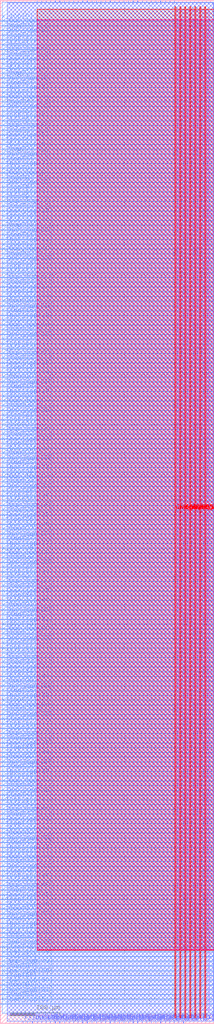
<source format=lef>
VERSION 5.7 ;
  NOWIREEXTENSIONATPIN ON ;
  DIVIDERCHAR "/" ;
  BUSBITCHARS "[]" ;
MACRO eespfal_sixtyfourbit_top
  CLASS BLOCK ;
  FOREIGN eespfal_sixtyfourbit_top ;
  ORIGIN 0.000 0.000 ;
  SIZE 430.000 BY 2050.000 ;
  PIN Dis_Phase_top
    DIRECTION INPUT ;
    USE SIGNAL ;
    PORT
      LAYER met2 ;
        RECT 165.690 2046.000 165.970 2050.000 ;
    END
  END Dis_Phase_top
  PIN Dis_top[0]
    DIRECTION INPUT ;
    USE SIGNAL ;
    PORT
      LAYER met2 ;
        RECT 202.490 2046.000 202.770 2050.000 ;
    END
  END Dis_top[0]
  PIN Dis_top[1]
    DIRECTION INPUT ;
    USE SIGNAL ;
    PORT
      LAYER met2 ;
        RECT 193.290 2046.000 193.570 2050.000 ;
    END
  END Dis_top[1]
  PIN Dis_top[2]
    DIRECTION INPUT ;
    USE SIGNAL ;
    PORT
      LAYER met2 ;
        RECT 184.090 2046.000 184.370 2050.000 ;
    END
  END Dis_top[2]
  PIN Dis_top[3]
    DIRECTION INPUT ;
    USE SIGNAL ;
    PORT
      LAYER met2 ;
        RECT 174.890 2046.000 175.170 2050.000 ;
    END
  END Dis_top[3]
  PIN GND_GPIO
    DIRECTION INOUT ;
    USE GROUND ;
    PORT
      LAYER met4 ;
        RECT 351.040 10.880 352.640 2037.280 ;
    END
    PORT
      LAYER met4 ;
        RECT 371.040 10.880 372.640 2037.280 ;
    END
    PORT
      LAYER met4 ;
        RECT 391.040 10.880 392.640 2037.280 ;
    END
    PORT
      LAYER met4 ;
        RECT 411.040 10.880 412.640 2037.280 ;
    END
  END GND_GPIO
  PIN clk_top[0]
    DIRECTION INPUT ;
    USE SIGNAL ;
    PORT
      LAYER met2 ;
        RECT 239.290 2046.000 239.570 2050.000 ;
    END
  END clk_top[0]
  PIN clk_top[1]
    DIRECTION INPUT ;
    USE SIGNAL ;
    PORT
      LAYER met2 ;
        RECT 230.090 2046.000 230.370 2050.000 ;
    END
  END clk_top[1]
  PIN clk_top[2]
    DIRECTION INPUT ;
    USE SIGNAL ;
    PORT
      LAYER met2 ;
        RECT 220.890 2046.000 221.170 2050.000 ;
    END
  END clk_top[2]
  PIN clk_top[3]
    DIRECTION INPUT ;
    USE SIGNAL ;
    PORT
      LAYER met2 ;
        RECT 211.690 2046.000 211.970 2050.000 ;
    END
  END clk_top[3]
  PIN k_bar_top[0]
    DIRECTION INPUT ;
    USE SIGNAL ;
    PORT
      LAYER met3 ;
        RECT 0.000 1980.200 4.000 1980.800 ;
    END
  END k_bar_top[0]
  PIN k_bar_top[10]
    DIRECTION INPUT ;
    USE SIGNAL ;
    PORT
      LAYER met3 ;
        RECT 0.000 1599.400 4.000 1600.000 ;
    END
  END k_bar_top[10]
  PIN k_bar_top[11]
    DIRECTION INPUT ;
    USE SIGNAL ;
    PORT
      LAYER met3 ;
        RECT 0.000 1561.320 4.000 1561.920 ;
    END
  END k_bar_top[11]
  PIN k_bar_top[12]
    DIRECTION INPUT ;
    USE SIGNAL ;
    PORT
      LAYER met3 ;
        RECT 0.000 1523.240 4.000 1523.840 ;
    END
  END k_bar_top[12]
  PIN k_bar_top[13]
    DIRECTION INPUT ;
    USE SIGNAL ;
    PORT
      LAYER met3 ;
        RECT 0.000 1485.160 4.000 1485.760 ;
    END
  END k_bar_top[13]
  PIN k_bar_top[14]
    DIRECTION INPUT ;
    USE SIGNAL ;
    PORT
      LAYER met3 ;
        RECT 0.000 1447.080 4.000 1447.680 ;
    END
  END k_bar_top[14]
  PIN k_bar_top[15]
    DIRECTION INPUT ;
    USE SIGNAL ;
    PORT
      LAYER met3 ;
        RECT 0.000 1409.000 4.000 1409.600 ;
    END
  END k_bar_top[15]
  PIN k_bar_top[16]
    DIRECTION INPUT ;
    USE SIGNAL ;
    PORT
      LAYER met3 ;
        RECT 0.000 1370.920 4.000 1371.520 ;
    END
  END k_bar_top[16]
  PIN k_bar_top[17]
    DIRECTION INPUT ;
    USE SIGNAL ;
    PORT
      LAYER met3 ;
        RECT 0.000 1332.840 4.000 1333.440 ;
    END
  END k_bar_top[17]
  PIN k_bar_top[18]
    DIRECTION INPUT ;
    USE SIGNAL ;
    PORT
      LAYER met3 ;
        RECT 0.000 1294.760 4.000 1295.360 ;
    END
  END k_bar_top[18]
  PIN k_bar_top[19]
    DIRECTION INPUT ;
    USE SIGNAL ;
    PORT
      LAYER met3 ;
        RECT 0.000 1256.680 4.000 1257.280 ;
    END
  END k_bar_top[19]
  PIN k_bar_top[1]
    DIRECTION INPUT ;
    USE SIGNAL ;
    PORT
      LAYER met3 ;
        RECT 0.000 1942.120 4.000 1942.720 ;
    END
  END k_bar_top[1]
  PIN k_bar_top[20]
    DIRECTION INPUT ;
    USE SIGNAL ;
    PORT
      LAYER met3 ;
        RECT 0.000 1218.600 4.000 1219.200 ;
    END
  END k_bar_top[20]
  PIN k_bar_top[21]
    DIRECTION INPUT ;
    USE SIGNAL ;
    PORT
      LAYER met3 ;
        RECT 0.000 1180.520 4.000 1181.120 ;
    END
  END k_bar_top[21]
  PIN k_bar_top[22]
    DIRECTION INPUT ;
    USE SIGNAL ;
    PORT
      LAYER met3 ;
        RECT 0.000 1142.440 4.000 1143.040 ;
    END
  END k_bar_top[22]
  PIN k_bar_top[23]
    DIRECTION INPUT ;
    USE SIGNAL ;
    PORT
      LAYER met3 ;
        RECT 0.000 1104.360 4.000 1104.960 ;
    END
  END k_bar_top[23]
  PIN k_bar_top[24]
    DIRECTION INPUT ;
    USE SIGNAL ;
    PORT
      LAYER met3 ;
        RECT 0.000 1066.280 4.000 1066.880 ;
    END
  END k_bar_top[24]
  PIN k_bar_top[25]
    DIRECTION INPUT ;
    USE SIGNAL ;
    PORT
      LAYER met3 ;
        RECT 0.000 1028.200 4.000 1028.800 ;
    END
  END k_bar_top[25]
  PIN k_bar_top[26]
    DIRECTION INPUT ;
    USE SIGNAL ;
    PORT
      LAYER met3 ;
        RECT 0.000 990.120 4.000 990.720 ;
    END
  END k_bar_top[26]
  PIN k_bar_top[27]
    DIRECTION INPUT ;
    USE SIGNAL ;
    PORT
      LAYER met3 ;
        RECT 0.000 952.040 4.000 952.640 ;
    END
  END k_bar_top[27]
  PIN k_bar_top[28]
    DIRECTION INPUT ;
    USE SIGNAL ;
    PORT
      LAYER met3 ;
        RECT 0.000 913.960 4.000 914.560 ;
    END
  END k_bar_top[28]
  PIN k_bar_top[29]
    DIRECTION INPUT ;
    USE SIGNAL ;
    PORT
      LAYER met3 ;
        RECT 0.000 875.880 4.000 876.480 ;
    END
  END k_bar_top[29]
  PIN k_bar_top[2]
    DIRECTION INPUT ;
    USE SIGNAL ;
    PORT
      LAYER met3 ;
        RECT 0.000 1904.040 4.000 1904.640 ;
    END
  END k_bar_top[2]
  PIN k_bar_top[30]
    DIRECTION INPUT ;
    USE SIGNAL ;
    PORT
      LAYER met3 ;
        RECT 0.000 837.800 4.000 838.400 ;
    END
  END k_bar_top[30]
  PIN k_bar_top[31]
    DIRECTION INPUT ;
    USE SIGNAL ;
    PORT
      LAYER met3 ;
        RECT 0.000 799.720 4.000 800.320 ;
    END
  END k_bar_top[31]
  PIN k_bar_top[32]
    DIRECTION INPUT ;
    USE SIGNAL ;
    PORT
      LAYER met3 ;
        RECT 0.000 761.640 4.000 762.240 ;
    END
  END k_bar_top[32]
  PIN k_bar_top[33]
    DIRECTION INPUT ;
    USE SIGNAL ;
    PORT
      LAYER met3 ;
        RECT 0.000 723.560 4.000 724.160 ;
    END
  END k_bar_top[33]
  PIN k_bar_top[34]
    DIRECTION INPUT ;
    USE SIGNAL ;
    PORT
      LAYER met3 ;
        RECT 0.000 685.480 4.000 686.080 ;
    END
  END k_bar_top[34]
  PIN k_bar_top[35]
    DIRECTION INPUT ;
    USE SIGNAL ;
    PORT
      LAYER met3 ;
        RECT 0.000 647.400 4.000 648.000 ;
    END
  END k_bar_top[35]
  PIN k_bar_top[36]
    DIRECTION INPUT ;
    USE SIGNAL ;
    PORT
      LAYER met3 ;
        RECT 0.000 609.320 4.000 609.920 ;
    END
  END k_bar_top[36]
  PIN k_bar_top[37]
    DIRECTION INPUT ;
    USE SIGNAL ;
    PORT
      LAYER met3 ;
        RECT 0.000 571.240 4.000 571.840 ;
    END
  END k_bar_top[37]
  PIN k_bar_top[38]
    DIRECTION INPUT ;
    USE SIGNAL ;
    PORT
      LAYER met3 ;
        RECT 0.000 533.160 4.000 533.760 ;
    END
  END k_bar_top[38]
  PIN k_bar_top[39]
    DIRECTION INPUT ;
    USE SIGNAL ;
    PORT
      LAYER met3 ;
        RECT 0.000 495.080 4.000 495.680 ;
    END
  END k_bar_top[39]
  PIN k_bar_top[3]
    DIRECTION INPUT ;
    USE SIGNAL ;
    PORT
      LAYER met3 ;
        RECT 0.000 1865.960 4.000 1866.560 ;
    END
  END k_bar_top[3]
  PIN k_bar_top[40]
    DIRECTION INPUT ;
    USE SIGNAL ;
    PORT
      LAYER met3 ;
        RECT 0.000 457.000 4.000 457.600 ;
    END
  END k_bar_top[40]
  PIN k_bar_top[41]
    DIRECTION INPUT ;
    USE SIGNAL ;
    PORT
      LAYER met3 ;
        RECT 0.000 418.920 4.000 419.520 ;
    END
  END k_bar_top[41]
  PIN k_bar_top[42]
    DIRECTION INPUT ;
    USE SIGNAL ;
    PORT
      LAYER met3 ;
        RECT 0.000 380.840 4.000 381.440 ;
    END
  END k_bar_top[42]
  PIN k_bar_top[43]
    DIRECTION INPUT ;
    USE SIGNAL ;
    PORT
      LAYER met3 ;
        RECT 0.000 342.760 4.000 343.360 ;
    END
  END k_bar_top[43]
  PIN k_bar_top[44]
    DIRECTION INPUT ;
    USE SIGNAL ;
    PORT
      LAYER met3 ;
        RECT 0.000 304.680 4.000 305.280 ;
    END
  END k_bar_top[44]
  PIN k_bar_top[45]
    DIRECTION INPUT ;
    USE SIGNAL ;
    PORT
      LAYER met3 ;
        RECT 0.000 266.600 4.000 267.200 ;
    END
  END k_bar_top[45]
  PIN k_bar_top[46]
    DIRECTION INPUT ;
    USE SIGNAL ;
    PORT
      LAYER met3 ;
        RECT 0.000 228.520 4.000 229.120 ;
    END
  END k_bar_top[46]
  PIN k_bar_top[47]
    DIRECTION INPUT ;
    USE SIGNAL ;
    PORT
      LAYER met3 ;
        RECT 0.000 190.440 4.000 191.040 ;
    END
  END k_bar_top[47]
  PIN k_bar_top[48]
    DIRECTION INPUT ;
    USE SIGNAL ;
    PORT
      LAYER met3 ;
        RECT 0.000 152.360 4.000 152.960 ;
    END
  END k_bar_top[48]
  PIN k_bar_top[49]
    DIRECTION INPUT ;
    USE SIGNAL ;
    PORT
      LAYER met3 ;
        RECT 0.000 114.280 4.000 114.880 ;
    END
  END k_bar_top[49]
  PIN k_bar_top[4]
    DIRECTION INPUT ;
    USE SIGNAL ;
    PORT
      LAYER met3 ;
        RECT 0.000 1827.880 4.000 1828.480 ;
    END
  END k_bar_top[4]
  PIN k_bar_top[50]
    DIRECTION INPUT ;
    USE SIGNAL ;
    PORT
      LAYER met3 ;
        RECT 0.000 76.200 4.000 76.800 ;
    END
  END k_bar_top[50]
  PIN k_bar_top[51]
    DIRECTION INPUT ;
    USE SIGNAL ;
    PORT
      LAYER met3 ;
        RECT 0.000 38.120 4.000 38.720 ;
    END
  END k_bar_top[51]
  PIN k_bar_top[52]
    DIRECTION INPUT ;
    USE SIGNAL ;
    PORT
      LAYER met2 ;
        RECT 322.090 2046.000 322.370 2050.000 ;
    END
  END k_bar_top[52]
  PIN k_bar_top[53]
    DIRECTION INPUT ;
    USE SIGNAL ;
    PORT
      LAYER met2 ;
        RECT 285.290 2046.000 285.570 2050.000 ;
    END
  END k_bar_top[53]
  PIN k_bar_top[54]
    DIRECTION INPUT ;
    USE SIGNAL ;
    PORT
      LAYER met2 ;
        RECT 248.490 2046.000 248.770 2050.000 ;
    END
  END k_bar_top[54]
  PIN k_bar_top[55]
    DIRECTION INPUT ;
    USE SIGNAL ;
    PORT
      LAYER met2 ;
        RECT 73.690 0.000 73.970 4.000 ;
    END
  END k_bar_top[55]
  PIN k_bar_top[56]
    DIRECTION INPUT ;
    USE SIGNAL ;
    PORT
      LAYER met2 ;
        RECT 110.490 0.000 110.770 4.000 ;
    END
  END k_bar_top[56]
  PIN k_bar_top[57]
    DIRECTION INPUT ;
    USE SIGNAL ;
    PORT
      LAYER met2 ;
        RECT 147.290 0.000 147.570 4.000 ;
    END
  END k_bar_top[57]
  PIN k_bar_top[58]
    DIRECTION INPUT ;
    USE SIGNAL ;
    PORT
      LAYER met2 ;
        RECT 184.090 0.000 184.370 4.000 ;
    END
  END k_bar_top[58]
  PIN k_bar_top[59]
    DIRECTION INPUT ;
    USE SIGNAL ;
    PORT
      LAYER met2 ;
        RECT 220.890 0.000 221.170 4.000 ;
    END
  END k_bar_top[59]
  PIN k_bar_top[5]
    DIRECTION INPUT ;
    USE SIGNAL ;
    PORT
      LAYER met3 ;
        RECT 0.000 1789.800 4.000 1790.400 ;
    END
  END k_bar_top[5]
  PIN k_bar_top[60]
    DIRECTION INPUT ;
    USE SIGNAL ;
    PORT
      LAYER met2 ;
        RECT 257.690 0.000 257.970 4.000 ;
    END
  END k_bar_top[60]
  PIN k_bar_top[61]
    DIRECTION INPUT ;
    USE SIGNAL ;
    PORT
      LAYER met2 ;
        RECT 294.490 0.000 294.770 4.000 ;
    END
  END k_bar_top[61]
  PIN k_bar_top[62]
    DIRECTION INPUT ;
    USE SIGNAL ;
    PORT
      LAYER met2 ;
        RECT 331.290 0.000 331.570 4.000 ;
    END
  END k_bar_top[62]
  PIN k_bar_top[63]
    DIRECTION INPUT ;
    USE SIGNAL ;
    PORT
      LAYER met2 ;
        RECT 368.090 0.000 368.370 4.000 ;
    END
  END k_bar_top[63]
  PIN k_bar_top[6]
    DIRECTION INPUT ;
    USE SIGNAL ;
    PORT
      LAYER met3 ;
        RECT 0.000 1751.720 4.000 1752.320 ;
    END
  END k_bar_top[6]
  PIN k_bar_top[7]
    DIRECTION INPUT ;
    USE SIGNAL ;
    PORT
      LAYER met3 ;
        RECT 0.000 1713.640 4.000 1714.240 ;
    END
  END k_bar_top[7]
  PIN k_bar_top[8]
    DIRECTION INPUT ;
    USE SIGNAL ;
    PORT
      LAYER met3 ;
        RECT 0.000 1675.560 4.000 1676.160 ;
    END
  END k_bar_top[8]
  PIN k_bar_top[9]
    DIRECTION INPUT ;
    USE SIGNAL ;
    PORT
      LAYER met3 ;
        RECT 0.000 1637.480 4.000 1638.080 ;
    END
  END k_bar_top[9]
  PIN k_top[0]
    DIRECTION INPUT ;
    USE SIGNAL ;
    PORT
      LAYER met3 ;
        RECT 0.000 1989.720 4.000 1990.320 ;
    END
  END k_top[0]
  PIN k_top[10]
    DIRECTION INPUT ;
    USE SIGNAL ;
    PORT
      LAYER met3 ;
        RECT 0.000 1608.920 4.000 1609.520 ;
    END
  END k_top[10]
  PIN k_top[11]
    DIRECTION INPUT ;
    USE SIGNAL ;
    PORT
      LAYER met3 ;
        RECT 0.000 1570.840 4.000 1571.440 ;
    END
  END k_top[11]
  PIN k_top[12]
    DIRECTION INPUT ;
    USE SIGNAL ;
    PORT
      LAYER met3 ;
        RECT 0.000 1532.760 4.000 1533.360 ;
    END
  END k_top[12]
  PIN k_top[13]
    DIRECTION INPUT ;
    USE SIGNAL ;
    PORT
      LAYER met3 ;
        RECT 0.000 1494.680 4.000 1495.280 ;
    END
  END k_top[13]
  PIN k_top[14]
    DIRECTION INPUT ;
    USE SIGNAL ;
    PORT
      LAYER met3 ;
        RECT 0.000 1456.600 4.000 1457.200 ;
    END
  END k_top[14]
  PIN k_top[15]
    DIRECTION INPUT ;
    USE SIGNAL ;
    PORT
      LAYER met3 ;
        RECT 0.000 1418.520 4.000 1419.120 ;
    END
  END k_top[15]
  PIN k_top[16]
    DIRECTION INPUT ;
    USE SIGNAL ;
    PORT
      LAYER met3 ;
        RECT 0.000 1380.440 4.000 1381.040 ;
    END
  END k_top[16]
  PIN k_top[17]
    DIRECTION INPUT ;
    USE SIGNAL ;
    PORT
      LAYER met3 ;
        RECT 0.000 1342.360 4.000 1342.960 ;
    END
  END k_top[17]
  PIN k_top[18]
    DIRECTION INPUT ;
    USE SIGNAL ;
    PORT
      LAYER met3 ;
        RECT 0.000 1304.280 4.000 1304.880 ;
    END
  END k_top[18]
  PIN k_top[19]
    DIRECTION INPUT ;
    USE SIGNAL ;
    PORT
      LAYER met3 ;
        RECT 0.000 1266.200 4.000 1266.800 ;
    END
  END k_top[19]
  PIN k_top[1]
    DIRECTION INPUT ;
    USE SIGNAL ;
    PORT
      LAYER met3 ;
        RECT 0.000 1951.640 4.000 1952.240 ;
    END
  END k_top[1]
  PIN k_top[20]
    DIRECTION INPUT ;
    USE SIGNAL ;
    PORT
      LAYER met3 ;
        RECT 0.000 1228.120 4.000 1228.720 ;
    END
  END k_top[20]
  PIN k_top[21]
    DIRECTION INPUT ;
    USE SIGNAL ;
    PORT
      LAYER met3 ;
        RECT 0.000 1190.040 4.000 1190.640 ;
    END
  END k_top[21]
  PIN k_top[22]
    DIRECTION INPUT ;
    USE SIGNAL ;
    PORT
      LAYER met3 ;
        RECT 0.000 1151.960 4.000 1152.560 ;
    END
  END k_top[22]
  PIN k_top[23]
    DIRECTION INPUT ;
    USE SIGNAL ;
    PORT
      LAYER met3 ;
        RECT 0.000 1113.880 4.000 1114.480 ;
    END
  END k_top[23]
  PIN k_top[24]
    DIRECTION INPUT ;
    USE SIGNAL ;
    PORT
      LAYER met3 ;
        RECT 0.000 1075.800 4.000 1076.400 ;
    END
  END k_top[24]
  PIN k_top[25]
    DIRECTION INPUT ;
    USE SIGNAL ;
    PORT
      LAYER met3 ;
        RECT 0.000 1037.720 4.000 1038.320 ;
    END
  END k_top[25]
  PIN k_top[26]
    DIRECTION INPUT ;
    USE SIGNAL ;
    PORT
      LAYER met3 ;
        RECT 0.000 999.640 4.000 1000.240 ;
    END
  END k_top[26]
  PIN k_top[27]
    DIRECTION INPUT ;
    USE SIGNAL ;
    PORT
      LAYER met3 ;
        RECT 0.000 961.560 4.000 962.160 ;
    END
  END k_top[27]
  PIN k_top[28]
    DIRECTION INPUT ;
    USE SIGNAL ;
    PORT
      LAYER met3 ;
        RECT 0.000 923.480 4.000 924.080 ;
    END
  END k_top[28]
  PIN k_top[29]
    DIRECTION INPUT ;
    USE SIGNAL ;
    PORT
      LAYER met3 ;
        RECT 0.000 885.400 4.000 886.000 ;
    END
  END k_top[29]
  PIN k_top[2]
    DIRECTION INPUT ;
    USE SIGNAL ;
    PORT
      LAYER met3 ;
        RECT 0.000 1913.560 4.000 1914.160 ;
    END
  END k_top[2]
  PIN k_top[30]
    DIRECTION INPUT ;
    USE SIGNAL ;
    PORT
      LAYER met3 ;
        RECT 0.000 847.320 4.000 847.920 ;
    END
  END k_top[30]
  PIN k_top[31]
    DIRECTION INPUT ;
    USE SIGNAL ;
    PORT
      LAYER met3 ;
        RECT 0.000 809.240 4.000 809.840 ;
    END
  END k_top[31]
  PIN k_top[32]
    DIRECTION INPUT ;
    USE SIGNAL ;
    PORT
      LAYER met3 ;
        RECT 0.000 771.160 4.000 771.760 ;
    END
  END k_top[32]
  PIN k_top[33]
    DIRECTION INPUT ;
    USE SIGNAL ;
    PORT
      LAYER met3 ;
        RECT 0.000 733.080 4.000 733.680 ;
    END
  END k_top[33]
  PIN k_top[34]
    DIRECTION INPUT ;
    USE SIGNAL ;
    PORT
      LAYER met3 ;
        RECT 0.000 695.000 4.000 695.600 ;
    END
  END k_top[34]
  PIN k_top[35]
    DIRECTION INPUT ;
    USE SIGNAL ;
    PORT
      LAYER met3 ;
        RECT 0.000 656.920 4.000 657.520 ;
    END
  END k_top[35]
  PIN k_top[36]
    DIRECTION INPUT ;
    USE SIGNAL ;
    PORT
      LAYER met3 ;
        RECT 0.000 618.840 4.000 619.440 ;
    END
  END k_top[36]
  PIN k_top[37]
    DIRECTION INPUT ;
    USE SIGNAL ;
    PORT
      LAYER met3 ;
        RECT 0.000 580.760 4.000 581.360 ;
    END
  END k_top[37]
  PIN k_top[38]
    DIRECTION INPUT ;
    USE SIGNAL ;
    PORT
      LAYER met3 ;
        RECT 0.000 542.680 4.000 543.280 ;
    END
  END k_top[38]
  PIN k_top[39]
    DIRECTION INPUT ;
    USE SIGNAL ;
    PORT
      LAYER met3 ;
        RECT 0.000 504.600 4.000 505.200 ;
    END
  END k_top[39]
  PIN k_top[3]
    DIRECTION INPUT ;
    USE SIGNAL ;
    PORT
      LAYER met3 ;
        RECT 0.000 1875.480 4.000 1876.080 ;
    END
  END k_top[3]
  PIN k_top[40]
    DIRECTION INPUT ;
    USE SIGNAL ;
    PORT
      LAYER met3 ;
        RECT 0.000 466.520 4.000 467.120 ;
    END
  END k_top[40]
  PIN k_top[41]
    DIRECTION INPUT ;
    USE SIGNAL ;
    PORT
      LAYER met3 ;
        RECT 0.000 428.440 4.000 429.040 ;
    END
  END k_top[41]
  PIN k_top[42]
    DIRECTION INPUT ;
    USE SIGNAL ;
    PORT
      LAYER met3 ;
        RECT 0.000 390.360 4.000 390.960 ;
    END
  END k_top[42]
  PIN k_top[43]
    DIRECTION INPUT ;
    USE SIGNAL ;
    PORT
      LAYER met3 ;
        RECT 0.000 352.280 4.000 352.880 ;
    END
  END k_top[43]
  PIN k_top[44]
    DIRECTION INPUT ;
    USE SIGNAL ;
    PORT
      LAYER met3 ;
        RECT 0.000 314.200 4.000 314.800 ;
    END
  END k_top[44]
  PIN k_top[45]
    DIRECTION INPUT ;
    USE SIGNAL ;
    PORT
      LAYER met3 ;
        RECT 0.000 276.120 4.000 276.720 ;
    END
  END k_top[45]
  PIN k_top[46]
    DIRECTION INPUT ;
    USE SIGNAL ;
    PORT
      LAYER met3 ;
        RECT 0.000 238.040 4.000 238.640 ;
    END
  END k_top[46]
  PIN k_top[47]
    DIRECTION INPUT ;
    USE SIGNAL ;
    PORT
      LAYER met3 ;
        RECT 0.000 199.960 4.000 200.560 ;
    END
  END k_top[47]
  PIN k_top[48]
    DIRECTION INPUT ;
    USE SIGNAL ;
    PORT
      LAYER met3 ;
        RECT 0.000 161.880 4.000 162.480 ;
    END
  END k_top[48]
  PIN k_top[49]
    DIRECTION INPUT ;
    USE SIGNAL ;
    PORT
      LAYER met3 ;
        RECT 0.000 123.800 4.000 124.400 ;
    END
  END k_top[49]
  PIN k_top[4]
    DIRECTION INPUT ;
    USE SIGNAL ;
    PORT
      LAYER met3 ;
        RECT 0.000 1837.400 4.000 1838.000 ;
    END
  END k_top[4]
  PIN k_top[50]
    DIRECTION INPUT ;
    USE SIGNAL ;
    PORT
      LAYER met3 ;
        RECT 0.000 85.720 4.000 86.320 ;
    END
  END k_top[50]
  PIN k_top[51]
    DIRECTION INPUT ;
    USE SIGNAL ;
    PORT
      LAYER met3 ;
        RECT 0.000 47.640 4.000 48.240 ;
    END
  END k_top[51]
  PIN k_top[52]
    DIRECTION INPUT ;
    USE SIGNAL ;
    PORT
      LAYER met2 ;
        RECT 331.290 2046.000 331.570 2050.000 ;
    END
  END k_top[52]
  PIN k_top[53]
    DIRECTION INPUT ;
    USE SIGNAL ;
    PORT
      LAYER met2 ;
        RECT 294.490 2046.000 294.770 2050.000 ;
    END
  END k_top[53]
  PIN k_top[54]
    DIRECTION INPUT ;
    USE SIGNAL ;
    PORT
      LAYER met2 ;
        RECT 257.690 2046.000 257.970 2050.000 ;
    END
  END k_top[54]
  PIN k_top[55]
    DIRECTION INPUT ;
    USE SIGNAL ;
    PORT
      LAYER met2 ;
        RECT 64.490 0.000 64.770 4.000 ;
    END
  END k_top[55]
  PIN k_top[56]
    DIRECTION INPUT ;
    USE SIGNAL ;
    PORT
      LAYER met2 ;
        RECT 101.290 0.000 101.570 4.000 ;
    END
  END k_top[56]
  PIN k_top[57]
    DIRECTION INPUT ;
    USE SIGNAL ;
    PORT
      LAYER met2 ;
        RECT 138.090 0.000 138.370 4.000 ;
    END
  END k_top[57]
  PIN k_top[58]
    DIRECTION INPUT ;
    USE SIGNAL ;
    PORT
      LAYER met2 ;
        RECT 174.890 0.000 175.170 4.000 ;
    END
  END k_top[58]
  PIN k_top[59]
    DIRECTION INPUT ;
    USE SIGNAL ;
    PORT
      LAYER met2 ;
        RECT 211.690 0.000 211.970 4.000 ;
    END
  END k_top[59]
  PIN k_top[5]
    DIRECTION INPUT ;
    USE SIGNAL ;
    PORT
      LAYER met3 ;
        RECT 0.000 1799.320 4.000 1799.920 ;
    END
  END k_top[5]
  PIN k_top[60]
    DIRECTION INPUT ;
    USE SIGNAL ;
    PORT
      LAYER met2 ;
        RECT 248.490 0.000 248.770 4.000 ;
    END
  END k_top[60]
  PIN k_top[61]
    DIRECTION INPUT ;
    USE SIGNAL ;
    PORT
      LAYER met2 ;
        RECT 285.290 0.000 285.570 4.000 ;
    END
  END k_top[61]
  PIN k_top[62]
    DIRECTION INPUT ;
    USE SIGNAL ;
    PORT
      LAYER met2 ;
        RECT 322.090 0.000 322.370 4.000 ;
    END
  END k_top[62]
  PIN k_top[63]
    DIRECTION INPUT ;
    USE SIGNAL ;
    PORT
      LAYER met2 ;
        RECT 358.890 0.000 359.170 4.000 ;
    END
  END k_top[63]
  PIN k_top[6]
    DIRECTION INPUT ;
    USE SIGNAL ;
    PORT
      LAYER met3 ;
        RECT 0.000 1761.240 4.000 1761.840 ;
    END
  END k_top[6]
  PIN k_top[7]
    DIRECTION INPUT ;
    USE SIGNAL ;
    PORT
      LAYER met3 ;
        RECT 0.000 1723.160 4.000 1723.760 ;
    END
  END k_top[7]
  PIN k_top[8]
    DIRECTION INPUT ;
    USE SIGNAL ;
    PORT
      LAYER met3 ;
        RECT 0.000 1685.080 4.000 1685.680 ;
    END
  END k_top[8]
  PIN k_top[9]
    DIRECTION INPUT ;
    USE SIGNAL ;
    PORT
      LAYER met3 ;
        RECT 0.000 1647.000 4.000 1647.600 ;
    END
  END k_top[9]
  PIN s_bar_top[0]
    DIRECTION OUTPUT TRISTATE ;
    USE SIGNAL ;
    PORT
      LAYER met3 ;
        RECT 426.000 1570.840 430.000 1571.440 ;
    END
  END s_bar_top[0]
  PIN s_bar_top[10]
    DIRECTION OUTPUT TRISTATE ;
    USE SIGNAL ;
    PORT
      LAYER met3 ;
        RECT 426.000 1380.440 430.000 1381.040 ;
    END
  END s_bar_top[10]
  PIN s_bar_top[11]
    DIRECTION OUTPUT TRISTATE ;
    USE SIGNAL ;
    PORT
      LAYER met3 ;
        RECT 426.000 1361.400 430.000 1362.000 ;
    END
  END s_bar_top[11]
  PIN s_bar_top[12]
    DIRECTION OUTPUT TRISTATE ;
    USE SIGNAL ;
    PORT
      LAYER met3 ;
        RECT 426.000 1342.360 430.000 1342.960 ;
    END
  END s_bar_top[12]
  PIN s_bar_top[13]
    DIRECTION OUTPUT TRISTATE ;
    USE SIGNAL ;
    PORT
      LAYER met3 ;
        RECT 426.000 1323.320 430.000 1323.920 ;
    END
  END s_bar_top[13]
  PIN s_bar_top[14]
    DIRECTION OUTPUT TRISTATE ;
    USE SIGNAL ;
    PORT
      LAYER met3 ;
        RECT 426.000 1304.280 430.000 1304.880 ;
    END
  END s_bar_top[14]
  PIN s_bar_top[15]
    DIRECTION OUTPUT TRISTATE ;
    USE SIGNAL ;
    PORT
      LAYER met3 ;
        RECT 426.000 1285.240 430.000 1285.840 ;
    END
  END s_bar_top[15]
  PIN s_bar_top[16]
    DIRECTION OUTPUT TRISTATE ;
    USE SIGNAL ;
    PORT
      LAYER met3 ;
        RECT 426.000 1266.200 430.000 1266.800 ;
    END
  END s_bar_top[16]
  PIN s_bar_top[17]
    DIRECTION OUTPUT TRISTATE ;
    USE SIGNAL ;
    PORT
      LAYER met3 ;
        RECT 426.000 1247.160 430.000 1247.760 ;
    END
  END s_bar_top[17]
  PIN s_bar_top[18]
    DIRECTION OUTPUT TRISTATE ;
    USE SIGNAL ;
    PORT
      LAYER met3 ;
        RECT 426.000 1228.120 430.000 1228.720 ;
    END
  END s_bar_top[18]
  PIN s_bar_top[19]
    DIRECTION OUTPUT TRISTATE ;
    USE SIGNAL ;
    PORT
      LAYER met3 ;
        RECT 426.000 1209.080 430.000 1209.680 ;
    END
  END s_bar_top[19]
  PIN s_bar_top[1]
    DIRECTION OUTPUT TRISTATE ;
    USE SIGNAL ;
    PORT
      LAYER met3 ;
        RECT 426.000 1551.800 430.000 1552.400 ;
    END
  END s_bar_top[1]
  PIN s_bar_top[20]
    DIRECTION OUTPUT TRISTATE ;
    USE SIGNAL ;
    PORT
      LAYER met3 ;
        RECT 426.000 1190.040 430.000 1190.640 ;
    END
  END s_bar_top[20]
  PIN s_bar_top[21]
    DIRECTION OUTPUT TRISTATE ;
    USE SIGNAL ;
    PORT
      LAYER met3 ;
        RECT 426.000 1171.000 430.000 1171.600 ;
    END
  END s_bar_top[21]
  PIN s_bar_top[22]
    DIRECTION OUTPUT TRISTATE ;
    USE SIGNAL ;
    PORT
      LAYER met3 ;
        RECT 426.000 1151.960 430.000 1152.560 ;
    END
  END s_bar_top[22]
  PIN s_bar_top[23]
    DIRECTION OUTPUT TRISTATE ;
    USE SIGNAL ;
    PORT
      LAYER met3 ;
        RECT 426.000 1132.920 430.000 1133.520 ;
    END
  END s_bar_top[23]
  PIN s_bar_top[24]
    DIRECTION OUTPUT TRISTATE ;
    USE SIGNAL ;
    PORT
      LAYER met3 ;
        RECT 426.000 1113.880 430.000 1114.480 ;
    END
  END s_bar_top[24]
  PIN s_bar_top[25]
    DIRECTION OUTPUT TRISTATE ;
    USE SIGNAL ;
    PORT
      LAYER met3 ;
        RECT 426.000 1094.840 430.000 1095.440 ;
    END
  END s_bar_top[25]
  PIN s_bar_top[26]
    DIRECTION OUTPUT TRISTATE ;
    USE SIGNAL ;
    PORT
      LAYER met3 ;
        RECT 426.000 1075.800 430.000 1076.400 ;
    END
  END s_bar_top[26]
  PIN s_bar_top[27]
    DIRECTION OUTPUT TRISTATE ;
    USE SIGNAL ;
    PORT
      LAYER met3 ;
        RECT 426.000 1056.760 430.000 1057.360 ;
    END
  END s_bar_top[27]
  PIN s_bar_top[28]
    DIRECTION OUTPUT TRISTATE ;
    USE SIGNAL ;
    PORT
      LAYER met3 ;
        RECT 426.000 1037.720 430.000 1038.320 ;
    END
  END s_bar_top[28]
  PIN s_bar_top[29]
    DIRECTION OUTPUT TRISTATE ;
    USE SIGNAL ;
    PORT
      LAYER met3 ;
        RECT 426.000 1018.680 430.000 1019.280 ;
    END
  END s_bar_top[29]
  PIN s_bar_top[2]
    DIRECTION OUTPUT TRISTATE ;
    USE SIGNAL ;
    PORT
      LAYER met3 ;
        RECT 426.000 1532.760 430.000 1533.360 ;
    END
  END s_bar_top[2]
  PIN s_bar_top[30]
    DIRECTION OUTPUT TRISTATE ;
    USE SIGNAL ;
    PORT
      LAYER met3 ;
        RECT 426.000 999.640 430.000 1000.240 ;
    END
  END s_bar_top[30]
  PIN s_bar_top[31]
    DIRECTION OUTPUT TRISTATE ;
    USE SIGNAL ;
    PORT
      LAYER met3 ;
        RECT 426.000 980.600 430.000 981.200 ;
    END
  END s_bar_top[31]
  PIN s_bar_top[32]
    DIRECTION OUTPUT TRISTATE ;
    USE SIGNAL ;
    PORT
      LAYER met3 ;
        RECT 426.000 961.560 430.000 962.160 ;
    END
  END s_bar_top[32]
  PIN s_bar_top[33]
    DIRECTION OUTPUT TRISTATE ;
    USE SIGNAL ;
    PORT
      LAYER met3 ;
        RECT 426.000 942.520 430.000 943.120 ;
    END
  END s_bar_top[33]
  PIN s_bar_top[34]
    DIRECTION OUTPUT TRISTATE ;
    USE SIGNAL ;
    PORT
      LAYER met3 ;
        RECT 426.000 923.480 430.000 924.080 ;
    END
  END s_bar_top[34]
  PIN s_bar_top[35]
    DIRECTION OUTPUT TRISTATE ;
    USE SIGNAL ;
    PORT
      LAYER met3 ;
        RECT 426.000 904.440 430.000 905.040 ;
    END
  END s_bar_top[35]
  PIN s_bar_top[36]
    DIRECTION OUTPUT TRISTATE ;
    USE SIGNAL ;
    PORT
      LAYER met3 ;
        RECT 426.000 885.400 430.000 886.000 ;
    END
  END s_bar_top[36]
  PIN s_bar_top[37]
    DIRECTION OUTPUT TRISTATE ;
    USE SIGNAL ;
    PORT
      LAYER met3 ;
        RECT 426.000 866.360 430.000 866.960 ;
    END
  END s_bar_top[37]
  PIN s_bar_top[38]
    DIRECTION OUTPUT TRISTATE ;
    USE SIGNAL ;
    PORT
      LAYER met3 ;
        RECT 426.000 847.320 430.000 847.920 ;
    END
  END s_bar_top[38]
  PIN s_bar_top[39]
    DIRECTION OUTPUT TRISTATE ;
    USE SIGNAL ;
    PORT
      LAYER met3 ;
        RECT 426.000 828.280 430.000 828.880 ;
    END
  END s_bar_top[39]
  PIN s_bar_top[3]
    DIRECTION OUTPUT TRISTATE ;
    USE SIGNAL ;
    PORT
      LAYER met3 ;
        RECT 426.000 1513.720 430.000 1514.320 ;
    END
  END s_bar_top[3]
  PIN s_bar_top[40]
    DIRECTION OUTPUT TRISTATE ;
    USE SIGNAL ;
    PORT
      LAYER met3 ;
        RECT 426.000 809.240 430.000 809.840 ;
    END
  END s_bar_top[40]
  PIN s_bar_top[41]
    DIRECTION OUTPUT TRISTATE ;
    USE SIGNAL ;
    PORT
      LAYER met3 ;
        RECT 426.000 790.200 430.000 790.800 ;
    END
  END s_bar_top[41]
  PIN s_bar_top[42]
    DIRECTION OUTPUT TRISTATE ;
    USE SIGNAL ;
    PORT
      LAYER met3 ;
        RECT 426.000 771.160 430.000 771.760 ;
    END
  END s_bar_top[42]
  PIN s_bar_top[43]
    DIRECTION OUTPUT TRISTATE ;
    USE SIGNAL ;
    PORT
      LAYER met3 ;
        RECT 426.000 752.120 430.000 752.720 ;
    END
  END s_bar_top[43]
  PIN s_bar_top[44]
    DIRECTION OUTPUT TRISTATE ;
    USE SIGNAL ;
    PORT
      LAYER met3 ;
        RECT 426.000 733.080 430.000 733.680 ;
    END
  END s_bar_top[44]
  PIN s_bar_top[45]
    DIRECTION OUTPUT TRISTATE ;
    USE SIGNAL ;
    PORT
      LAYER met3 ;
        RECT 426.000 714.040 430.000 714.640 ;
    END
  END s_bar_top[45]
  PIN s_bar_top[46]
    DIRECTION OUTPUT TRISTATE ;
    USE SIGNAL ;
    PORT
      LAYER met3 ;
        RECT 426.000 695.000 430.000 695.600 ;
    END
  END s_bar_top[46]
  PIN s_bar_top[47]
    DIRECTION OUTPUT TRISTATE ;
    USE SIGNAL ;
    PORT
      LAYER met3 ;
        RECT 426.000 675.960 430.000 676.560 ;
    END
  END s_bar_top[47]
  PIN s_bar_top[48]
    DIRECTION OUTPUT TRISTATE ;
    USE SIGNAL ;
    PORT
      LAYER met3 ;
        RECT 426.000 656.920 430.000 657.520 ;
    END
  END s_bar_top[48]
  PIN s_bar_top[49]
    DIRECTION OUTPUT TRISTATE ;
    USE SIGNAL ;
    PORT
      LAYER met3 ;
        RECT 426.000 637.880 430.000 638.480 ;
    END
  END s_bar_top[49]
  PIN s_bar_top[4]
    DIRECTION OUTPUT TRISTATE ;
    USE SIGNAL ;
    PORT
      LAYER met3 ;
        RECT 426.000 1494.680 430.000 1495.280 ;
    END
  END s_bar_top[4]
  PIN s_bar_top[50]
    DIRECTION OUTPUT TRISTATE ;
    USE SIGNAL ;
    PORT
      LAYER met3 ;
        RECT 426.000 618.840 430.000 619.440 ;
    END
  END s_bar_top[50]
  PIN s_bar_top[51]
    DIRECTION OUTPUT TRISTATE ;
    USE SIGNAL ;
    PORT
      LAYER met3 ;
        RECT 426.000 599.800 430.000 600.400 ;
    END
  END s_bar_top[51]
  PIN s_bar_top[52]
    DIRECTION OUTPUT TRISTATE ;
    USE SIGNAL ;
    PORT
      LAYER met3 ;
        RECT 426.000 580.760 430.000 581.360 ;
    END
  END s_bar_top[52]
  PIN s_bar_top[53]
    DIRECTION OUTPUT TRISTATE ;
    USE SIGNAL ;
    PORT
      LAYER met3 ;
        RECT 426.000 561.720 430.000 562.320 ;
    END
  END s_bar_top[53]
  PIN s_bar_top[54]
    DIRECTION OUTPUT TRISTATE ;
    USE SIGNAL ;
    PORT
      LAYER met3 ;
        RECT 426.000 542.680 430.000 543.280 ;
    END
  END s_bar_top[54]
  PIN s_bar_top[55]
    DIRECTION OUTPUT TRISTATE ;
    USE SIGNAL ;
    PORT
      LAYER met3 ;
        RECT 426.000 523.640 430.000 524.240 ;
    END
  END s_bar_top[55]
  PIN s_bar_top[56]
    DIRECTION OUTPUT TRISTATE ;
    USE SIGNAL ;
    PORT
      LAYER met3 ;
        RECT 426.000 504.600 430.000 505.200 ;
    END
  END s_bar_top[56]
  PIN s_bar_top[57]
    DIRECTION OUTPUT TRISTATE ;
    USE SIGNAL ;
    PORT
      LAYER met3 ;
        RECT 426.000 485.560 430.000 486.160 ;
    END
  END s_bar_top[57]
  PIN s_bar_top[58]
    DIRECTION OUTPUT TRISTATE ;
    USE SIGNAL ;
    PORT
      LAYER met3 ;
        RECT 426.000 466.520 430.000 467.120 ;
    END
  END s_bar_top[58]
  PIN s_bar_top[59]
    DIRECTION OUTPUT TRISTATE ;
    USE SIGNAL ;
    PORT
      LAYER met2 ;
        RECT 147.290 2046.000 147.570 2050.000 ;
    END
  END s_bar_top[59]
  PIN s_bar_top[5]
    DIRECTION OUTPUT TRISTATE ;
    USE SIGNAL ;
    PORT
      LAYER met3 ;
        RECT 426.000 1475.640 430.000 1476.240 ;
    END
  END s_bar_top[5]
  PIN s_bar_top[60]
    DIRECTION OUTPUT TRISTATE ;
    USE SIGNAL ;
    PORT
      LAYER met2 ;
        RECT 128.890 2046.000 129.170 2050.000 ;
    END
  END s_bar_top[60]
  PIN s_bar_top[61]
    DIRECTION OUTPUT TRISTATE ;
    USE SIGNAL ;
    PORT
      LAYER met2 ;
        RECT 110.490 2046.000 110.770 2050.000 ;
    END
  END s_bar_top[61]
  PIN s_bar_top[62]
    DIRECTION OUTPUT TRISTATE ;
    USE SIGNAL ;
    PORT
      LAYER met2 ;
        RECT 92.090 2046.000 92.370 2050.000 ;
    END
  END s_bar_top[62]
  PIN s_bar_top[63]
    DIRECTION OUTPUT TRISTATE ;
    USE SIGNAL ;
    PORT
      LAYER met2 ;
        RECT 73.690 2046.000 73.970 2050.000 ;
    END
  END s_bar_top[63]
  PIN s_bar_top[6]
    DIRECTION OUTPUT TRISTATE ;
    USE SIGNAL ;
    PORT
      LAYER met3 ;
        RECT 426.000 1456.600 430.000 1457.200 ;
    END
  END s_bar_top[6]
  PIN s_bar_top[7]
    DIRECTION OUTPUT TRISTATE ;
    USE SIGNAL ;
    PORT
      LAYER met3 ;
        RECT 426.000 1437.560 430.000 1438.160 ;
    END
  END s_bar_top[7]
  PIN s_bar_top[8]
    DIRECTION OUTPUT TRISTATE ;
    USE SIGNAL ;
    PORT
      LAYER met3 ;
        RECT 426.000 1418.520 430.000 1419.120 ;
    END
  END s_bar_top[8]
  PIN s_bar_top[9]
    DIRECTION OUTPUT TRISTATE ;
    USE SIGNAL ;
    PORT
      LAYER met3 ;
        RECT 426.000 1399.480 430.000 1400.080 ;
    END
  END s_bar_top[9]
  PIN s_top[0]
    DIRECTION OUTPUT TRISTATE ;
    USE SIGNAL ;
    PORT
      LAYER met3 ;
        RECT 426.000 1580.360 430.000 1580.960 ;
    END
  END s_top[0]
  PIN s_top[10]
    DIRECTION OUTPUT TRISTATE ;
    USE SIGNAL ;
    PORT
      LAYER met3 ;
        RECT 426.000 1389.960 430.000 1390.560 ;
    END
  END s_top[10]
  PIN s_top[11]
    DIRECTION OUTPUT TRISTATE ;
    USE SIGNAL ;
    PORT
      LAYER met3 ;
        RECT 426.000 1370.920 430.000 1371.520 ;
    END
  END s_top[11]
  PIN s_top[12]
    DIRECTION OUTPUT TRISTATE ;
    USE SIGNAL ;
    PORT
      LAYER met3 ;
        RECT 426.000 1351.880 430.000 1352.480 ;
    END
  END s_top[12]
  PIN s_top[13]
    DIRECTION OUTPUT TRISTATE ;
    USE SIGNAL ;
    PORT
      LAYER met3 ;
        RECT 426.000 1332.840 430.000 1333.440 ;
    END
  END s_top[13]
  PIN s_top[14]
    DIRECTION OUTPUT TRISTATE ;
    USE SIGNAL ;
    PORT
      LAYER met3 ;
        RECT 426.000 1313.800 430.000 1314.400 ;
    END
  END s_top[14]
  PIN s_top[15]
    DIRECTION OUTPUT TRISTATE ;
    USE SIGNAL ;
    PORT
      LAYER met3 ;
        RECT 426.000 1294.760 430.000 1295.360 ;
    END
  END s_top[15]
  PIN s_top[16]
    DIRECTION OUTPUT TRISTATE ;
    USE SIGNAL ;
    PORT
      LAYER met3 ;
        RECT 426.000 1275.720 430.000 1276.320 ;
    END
  END s_top[16]
  PIN s_top[17]
    DIRECTION OUTPUT TRISTATE ;
    USE SIGNAL ;
    PORT
      LAYER met3 ;
        RECT 426.000 1256.680 430.000 1257.280 ;
    END
  END s_top[17]
  PIN s_top[18]
    DIRECTION OUTPUT TRISTATE ;
    USE SIGNAL ;
    PORT
      LAYER met3 ;
        RECT 426.000 1237.640 430.000 1238.240 ;
    END
  END s_top[18]
  PIN s_top[19]
    DIRECTION OUTPUT TRISTATE ;
    USE SIGNAL ;
    PORT
      LAYER met3 ;
        RECT 426.000 1218.600 430.000 1219.200 ;
    END
  END s_top[19]
  PIN s_top[1]
    DIRECTION OUTPUT TRISTATE ;
    USE SIGNAL ;
    PORT
      LAYER met3 ;
        RECT 426.000 1561.320 430.000 1561.920 ;
    END
  END s_top[1]
  PIN s_top[20]
    DIRECTION OUTPUT TRISTATE ;
    USE SIGNAL ;
    PORT
      LAYER met3 ;
        RECT 426.000 1199.560 430.000 1200.160 ;
    END
  END s_top[20]
  PIN s_top[21]
    DIRECTION OUTPUT TRISTATE ;
    USE SIGNAL ;
    PORT
      LAYER met3 ;
        RECT 426.000 1180.520 430.000 1181.120 ;
    END
  END s_top[21]
  PIN s_top[22]
    DIRECTION OUTPUT TRISTATE ;
    USE SIGNAL ;
    PORT
      LAYER met3 ;
        RECT 426.000 1161.480 430.000 1162.080 ;
    END
  END s_top[22]
  PIN s_top[23]
    DIRECTION OUTPUT TRISTATE ;
    USE SIGNAL ;
    PORT
      LAYER met3 ;
        RECT 426.000 1142.440 430.000 1143.040 ;
    END
  END s_top[23]
  PIN s_top[24]
    DIRECTION OUTPUT TRISTATE ;
    USE SIGNAL ;
    PORT
      LAYER met3 ;
        RECT 426.000 1123.400 430.000 1124.000 ;
    END
  END s_top[24]
  PIN s_top[25]
    DIRECTION OUTPUT TRISTATE ;
    USE SIGNAL ;
    PORT
      LAYER met3 ;
        RECT 426.000 1104.360 430.000 1104.960 ;
    END
  END s_top[25]
  PIN s_top[26]
    DIRECTION OUTPUT TRISTATE ;
    USE SIGNAL ;
    PORT
      LAYER met3 ;
        RECT 426.000 1085.320 430.000 1085.920 ;
    END
  END s_top[26]
  PIN s_top[27]
    DIRECTION OUTPUT TRISTATE ;
    USE SIGNAL ;
    PORT
      LAYER met3 ;
        RECT 426.000 1066.280 430.000 1066.880 ;
    END
  END s_top[27]
  PIN s_top[28]
    DIRECTION OUTPUT TRISTATE ;
    USE SIGNAL ;
    PORT
      LAYER met3 ;
        RECT 426.000 1047.240 430.000 1047.840 ;
    END
  END s_top[28]
  PIN s_top[29]
    DIRECTION OUTPUT TRISTATE ;
    USE SIGNAL ;
    PORT
      LAYER met3 ;
        RECT 426.000 1028.200 430.000 1028.800 ;
    END
  END s_top[29]
  PIN s_top[2]
    DIRECTION OUTPUT TRISTATE ;
    USE SIGNAL ;
    PORT
      LAYER met3 ;
        RECT 426.000 1542.280 430.000 1542.880 ;
    END
  END s_top[2]
  PIN s_top[30]
    DIRECTION OUTPUT TRISTATE ;
    USE SIGNAL ;
    PORT
      LAYER met3 ;
        RECT 426.000 1009.160 430.000 1009.760 ;
    END
  END s_top[30]
  PIN s_top[31]
    DIRECTION OUTPUT TRISTATE ;
    USE SIGNAL ;
    PORT
      LAYER met3 ;
        RECT 426.000 990.120 430.000 990.720 ;
    END
  END s_top[31]
  PIN s_top[32]
    DIRECTION OUTPUT TRISTATE ;
    USE SIGNAL ;
    PORT
      LAYER met3 ;
        RECT 426.000 971.080 430.000 971.680 ;
    END
  END s_top[32]
  PIN s_top[33]
    DIRECTION OUTPUT TRISTATE ;
    USE SIGNAL ;
    PORT
      LAYER met3 ;
        RECT 426.000 952.040 430.000 952.640 ;
    END
  END s_top[33]
  PIN s_top[34]
    DIRECTION OUTPUT TRISTATE ;
    USE SIGNAL ;
    PORT
      LAYER met3 ;
        RECT 426.000 933.000 430.000 933.600 ;
    END
  END s_top[34]
  PIN s_top[35]
    DIRECTION OUTPUT TRISTATE ;
    USE SIGNAL ;
    PORT
      LAYER met3 ;
        RECT 426.000 913.960 430.000 914.560 ;
    END
  END s_top[35]
  PIN s_top[36]
    DIRECTION OUTPUT TRISTATE ;
    USE SIGNAL ;
    PORT
      LAYER met3 ;
        RECT 426.000 894.920 430.000 895.520 ;
    END
  END s_top[36]
  PIN s_top[37]
    DIRECTION OUTPUT TRISTATE ;
    USE SIGNAL ;
    PORT
      LAYER met3 ;
        RECT 426.000 875.880 430.000 876.480 ;
    END
  END s_top[37]
  PIN s_top[38]
    DIRECTION OUTPUT TRISTATE ;
    USE SIGNAL ;
    PORT
      LAYER met3 ;
        RECT 426.000 856.840 430.000 857.440 ;
    END
  END s_top[38]
  PIN s_top[39]
    DIRECTION OUTPUT TRISTATE ;
    USE SIGNAL ;
    PORT
      LAYER met3 ;
        RECT 426.000 837.800 430.000 838.400 ;
    END
  END s_top[39]
  PIN s_top[3]
    DIRECTION OUTPUT TRISTATE ;
    USE SIGNAL ;
    PORT
      LAYER met3 ;
        RECT 426.000 1523.240 430.000 1523.840 ;
    END
  END s_top[3]
  PIN s_top[40]
    DIRECTION OUTPUT TRISTATE ;
    USE SIGNAL ;
    PORT
      LAYER met3 ;
        RECT 426.000 818.760 430.000 819.360 ;
    END
  END s_top[40]
  PIN s_top[41]
    DIRECTION OUTPUT TRISTATE ;
    USE SIGNAL ;
    PORT
      LAYER met3 ;
        RECT 426.000 799.720 430.000 800.320 ;
    END
  END s_top[41]
  PIN s_top[42]
    DIRECTION OUTPUT TRISTATE ;
    USE SIGNAL ;
    PORT
      LAYER met3 ;
        RECT 426.000 780.680 430.000 781.280 ;
    END
  END s_top[42]
  PIN s_top[43]
    DIRECTION OUTPUT TRISTATE ;
    USE SIGNAL ;
    PORT
      LAYER met3 ;
        RECT 426.000 761.640 430.000 762.240 ;
    END
  END s_top[43]
  PIN s_top[44]
    DIRECTION OUTPUT TRISTATE ;
    USE SIGNAL ;
    PORT
      LAYER met3 ;
        RECT 426.000 742.600 430.000 743.200 ;
    END
  END s_top[44]
  PIN s_top[45]
    DIRECTION OUTPUT TRISTATE ;
    USE SIGNAL ;
    PORT
      LAYER met3 ;
        RECT 426.000 723.560 430.000 724.160 ;
    END
  END s_top[45]
  PIN s_top[46]
    DIRECTION OUTPUT TRISTATE ;
    USE SIGNAL ;
    PORT
      LAYER met3 ;
        RECT 426.000 704.520 430.000 705.120 ;
    END
  END s_top[46]
  PIN s_top[47]
    DIRECTION OUTPUT TRISTATE ;
    USE SIGNAL ;
    PORT
      LAYER met3 ;
        RECT 426.000 685.480 430.000 686.080 ;
    END
  END s_top[47]
  PIN s_top[48]
    DIRECTION OUTPUT TRISTATE ;
    USE SIGNAL ;
    PORT
      LAYER met3 ;
        RECT 426.000 666.440 430.000 667.040 ;
    END
  END s_top[48]
  PIN s_top[49]
    DIRECTION OUTPUT TRISTATE ;
    USE SIGNAL ;
    PORT
      LAYER met3 ;
        RECT 426.000 647.400 430.000 648.000 ;
    END
  END s_top[49]
  PIN s_top[4]
    DIRECTION OUTPUT TRISTATE ;
    USE SIGNAL ;
    PORT
      LAYER met3 ;
        RECT 426.000 1504.200 430.000 1504.800 ;
    END
  END s_top[4]
  PIN s_top[50]
    DIRECTION OUTPUT TRISTATE ;
    USE SIGNAL ;
    PORT
      LAYER met3 ;
        RECT 426.000 628.360 430.000 628.960 ;
    END
  END s_top[50]
  PIN s_top[51]
    DIRECTION OUTPUT TRISTATE ;
    USE SIGNAL ;
    PORT
      LAYER met3 ;
        RECT 426.000 609.320 430.000 609.920 ;
    END
  END s_top[51]
  PIN s_top[52]
    DIRECTION OUTPUT TRISTATE ;
    USE SIGNAL ;
    PORT
      LAYER met3 ;
        RECT 426.000 590.280 430.000 590.880 ;
    END
  END s_top[52]
  PIN s_top[53]
    DIRECTION OUTPUT TRISTATE ;
    USE SIGNAL ;
    PORT
      LAYER met3 ;
        RECT 426.000 571.240 430.000 571.840 ;
    END
  END s_top[53]
  PIN s_top[54]
    DIRECTION OUTPUT TRISTATE ;
    USE SIGNAL ;
    PORT
      LAYER met3 ;
        RECT 426.000 552.200 430.000 552.800 ;
    END
  END s_top[54]
  PIN s_top[55]
    DIRECTION OUTPUT TRISTATE ;
    USE SIGNAL ;
    PORT
      LAYER met3 ;
        RECT 426.000 533.160 430.000 533.760 ;
    END
  END s_top[55]
  PIN s_top[56]
    DIRECTION OUTPUT TRISTATE ;
    USE SIGNAL ;
    PORT
      LAYER met3 ;
        RECT 426.000 514.120 430.000 514.720 ;
    END
  END s_top[56]
  PIN s_top[57]
    DIRECTION OUTPUT TRISTATE ;
    USE SIGNAL ;
    PORT
      LAYER met3 ;
        RECT 426.000 495.080 430.000 495.680 ;
    END
  END s_top[57]
  PIN s_top[58]
    DIRECTION OUTPUT TRISTATE ;
    USE SIGNAL ;
    PORT
      LAYER met3 ;
        RECT 426.000 476.040 430.000 476.640 ;
    END
  END s_top[58]
  PIN s_top[59]
    DIRECTION OUTPUT TRISTATE ;
    USE SIGNAL ;
    PORT
      LAYER met2 ;
        RECT 156.490 2046.000 156.770 2050.000 ;
    END
  END s_top[59]
  PIN s_top[5]
    DIRECTION OUTPUT TRISTATE ;
    USE SIGNAL ;
    PORT
      LAYER met3 ;
        RECT 426.000 1485.160 430.000 1485.760 ;
    END
  END s_top[5]
  PIN s_top[60]
    DIRECTION OUTPUT TRISTATE ;
    USE SIGNAL ;
    PORT
      LAYER met2 ;
        RECT 138.090 2046.000 138.370 2050.000 ;
    END
  END s_top[60]
  PIN s_top[61]
    DIRECTION OUTPUT TRISTATE ;
    USE SIGNAL ;
    PORT
      LAYER met2 ;
        RECT 119.690 2046.000 119.970 2050.000 ;
    END
  END s_top[61]
  PIN s_top[62]
    DIRECTION OUTPUT TRISTATE ;
    USE SIGNAL ;
    PORT
      LAYER met2 ;
        RECT 101.290 2046.000 101.570 2050.000 ;
    END
  END s_top[62]
  PIN s_top[63]
    DIRECTION OUTPUT TRISTATE ;
    USE SIGNAL ;
    PORT
      LAYER met2 ;
        RECT 82.890 2046.000 83.170 2050.000 ;
    END
  END s_top[63]
  PIN s_top[6]
    DIRECTION OUTPUT TRISTATE ;
    USE SIGNAL ;
    PORT
      LAYER met3 ;
        RECT 426.000 1466.120 430.000 1466.720 ;
    END
  END s_top[6]
  PIN s_top[7]
    DIRECTION OUTPUT TRISTATE ;
    USE SIGNAL ;
    PORT
      LAYER met3 ;
        RECT 426.000 1447.080 430.000 1447.680 ;
    END
  END s_top[7]
  PIN s_top[8]
    DIRECTION OUTPUT TRISTATE ;
    USE SIGNAL ;
    PORT
      LAYER met3 ;
        RECT 426.000 1428.040 430.000 1428.640 ;
    END
  END s_top[8]
  PIN s_top[9]
    DIRECTION OUTPUT TRISTATE ;
    USE SIGNAL ;
    PORT
      LAYER met3 ;
        RECT 426.000 1409.000 430.000 1409.600 ;
    END
  END s_top[9]
  PIN vdda1
    DIRECTION INOUT ;
    USE POWER ;
    PORT
      LAYER met4 ;
        RECT 361.040 10.880 362.640 2037.280 ;
    END
    PORT
      LAYER met4 ;
        RECT 381.040 10.880 382.640 2037.280 ;
    END
    PORT
      LAYER met4 ;
        RECT 401.040 10.880 402.640 2037.280 ;
    END
  END vdda1
  PIN x_bar_top[0]
    DIRECTION INPUT ;
    USE SIGNAL ;
    PORT
      LAYER met3 ;
        RECT 0.000 1999.240 4.000 1999.840 ;
    END
  END x_bar_top[0]
  PIN x_bar_top[10]
    DIRECTION INPUT ;
    USE SIGNAL ;
    PORT
      LAYER met3 ;
        RECT 0.000 1618.440 4.000 1619.040 ;
    END
  END x_bar_top[10]
  PIN x_bar_top[11]
    DIRECTION INPUT ;
    USE SIGNAL ;
    PORT
      LAYER met3 ;
        RECT 0.000 1580.360 4.000 1580.960 ;
    END
  END x_bar_top[11]
  PIN x_bar_top[12]
    DIRECTION INPUT ;
    USE SIGNAL ;
    PORT
      LAYER met3 ;
        RECT 0.000 1542.280 4.000 1542.880 ;
    END
  END x_bar_top[12]
  PIN x_bar_top[13]
    DIRECTION INPUT ;
    USE SIGNAL ;
    PORT
      LAYER met3 ;
        RECT 0.000 1504.200 4.000 1504.800 ;
    END
  END x_bar_top[13]
  PIN x_bar_top[14]
    DIRECTION INPUT ;
    USE SIGNAL ;
    PORT
      LAYER met3 ;
        RECT 0.000 1466.120 4.000 1466.720 ;
    END
  END x_bar_top[14]
  PIN x_bar_top[15]
    DIRECTION INPUT ;
    USE SIGNAL ;
    PORT
      LAYER met3 ;
        RECT 0.000 1428.040 4.000 1428.640 ;
    END
  END x_bar_top[15]
  PIN x_bar_top[16]
    DIRECTION INPUT ;
    USE SIGNAL ;
    PORT
      LAYER met3 ;
        RECT 0.000 1389.960 4.000 1390.560 ;
    END
  END x_bar_top[16]
  PIN x_bar_top[17]
    DIRECTION INPUT ;
    USE SIGNAL ;
    PORT
      LAYER met3 ;
        RECT 0.000 1351.880 4.000 1352.480 ;
    END
  END x_bar_top[17]
  PIN x_bar_top[18]
    DIRECTION INPUT ;
    USE SIGNAL ;
    PORT
      LAYER met3 ;
        RECT 0.000 1313.800 4.000 1314.400 ;
    END
  END x_bar_top[18]
  PIN x_bar_top[19]
    DIRECTION INPUT ;
    USE SIGNAL ;
    PORT
      LAYER met3 ;
        RECT 0.000 1275.720 4.000 1276.320 ;
    END
  END x_bar_top[19]
  PIN x_bar_top[1]
    DIRECTION INPUT ;
    USE SIGNAL ;
    PORT
      LAYER met3 ;
        RECT 0.000 1961.160 4.000 1961.760 ;
    END
  END x_bar_top[1]
  PIN x_bar_top[20]
    DIRECTION INPUT ;
    USE SIGNAL ;
    PORT
      LAYER met3 ;
        RECT 0.000 1237.640 4.000 1238.240 ;
    END
  END x_bar_top[20]
  PIN x_bar_top[21]
    DIRECTION INPUT ;
    USE SIGNAL ;
    PORT
      LAYER met3 ;
        RECT 0.000 1199.560 4.000 1200.160 ;
    END
  END x_bar_top[21]
  PIN x_bar_top[22]
    DIRECTION INPUT ;
    USE SIGNAL ;
    PORT
      LAYER met3 ;
        RECT 0.000 1161.480 4.000 1162.080 ;
    END
  END x_bar_top[22]
  PIN x_bar_top[23]
    DIRECTION INPUT ;
    USE SIGNAL ;
    PORT
      LAYER met3 ;
        RECT 0.000 1123.400 4.000 1124.000 ;
    END
  END x_bar_top[23]
  PIN x_bar_top[24]
    DIRECTION INPUT ;
    USE SIGNAL ;
    PORT
      LAYER met3 ;
        RECT 0.000 1085.320 4.000 1085.920 ;
    END
  END x_bar_top[24]
  PIN x_bar_top[25]
    DIRECTION INPUT ;
    USE SIGNAL ;
    PORT
      LAYER met3 ;
        RECT 0.000 1047.240 4.000 1047.840 ;
    END
  END x_bar_top[25]
  PIN x_bar_top[26]
    DIRECTION INPUT ;
    USE SIGNAL ;
    PORT
      LAYER met3 ;
        RECT 0.000 1009.160 4.000 1009.760 ;
    END
  END x_bar_top[26]
  PIN x_bar_top[27]
    DIRECTION INPUT ;
    USE SIGNAL ;
    PORT
      LAYER met3 ;
        RECT 0.000 971.080 4.000 971.680 ;
    END
  END x_bar_top[27]
  PIN x_bar_top[28]
    DIRECTION INPUT ;
    USE SIGNAL ;
    PORT
      LAYER met3 ;
        RECT 0.000 933.000 4.000 933.600 ;
    END
  END x_bar_top[28]
  PIN x_bar_top[29]
    DIRECTION INPUT ;
    USE SIGNAL ;
    PORT
      LAYER met3 ;
        RECT 0.000 894.920 4.000 895.520 ;
    END
  END x_bar_top[29]
  PIN x_bar_top[2]
    DIRECTION INPUT ;
    USE SIGNAL ;
    PORT
      LAYER met3 ;
        RECT 0.000 1923.080 4.000 1923.680 ;
    END
  END x_bar_top[2]
  PIN x_bar_top[30]
    DIRECTION INPUT ;
    USE SIGNAL ;
    PORT
      LAYER met3 ;
        RECT 0.000 856.840 4.000 857.440 ;
    END
  END x_bar_top[30]
  PIN x_bar_top[31]
    DIRECTION INPUT ;
    USE SIGNAL ;
    PORT
      LAYER met3 ;
        RECT 0.000 818.760 4.000 819.360 ;
    END
  END x_bar_top[31]
  PIN x_bar_top[32]
    DIRECTION INPUT ;
    USE SIGNAL ;
    PORT
      LAYER met3 ;
        RECT 0.000 780.680 4.000 781.280 ;
    END
  END x_bar_top[32]
  PIN x_bar_top[33]
    DIRECTION INPUT ;
    USE SIGNAL ;
    PORT
      LAYER met3 ;
        RECT 0.000 742.600 4.000 743.200 ;
    END
  END x_bar_top[33]
  PIN x_bar_top[34]
    DIRECTION INPUT ;
    USE SIGNAL ;
    PORT
      LAYER met3 ;
        RECT 0.000 704.520 4.000 705.120 ;
    END
  END x_bar_top[34]
  PIN x_bar_top[35]
    DIRECTION INPUT ;
    USE SIGNAL ;
    PORT
      LAYER met3 ;
        RECT 0.000 666.440 4.000 667.040 ;
    END
  END x_bar_top[35]
  PIN x_bar_top[36]
    DIRECTION INPUT ;
    USE SIGNAL ;
    PORT
      LAYER met3 ;
        RECT 0.000 628.360 4.000 628.960 ;
    END
  END x_bar_top[36]
  PIN x_bar_top[37]
    DIRECTION INPUT ;
    USE SIGNAL ;
    PORT
      LAYER met3 ;
        RECT 0.000 590.280 4.000 590.880 ;
    END
  END x_bar_top[37]
  PIN x_bar_top[38]
    DIRECTION INPUT ;
    USE SIGNAL ;
    PORT
      LAYER met3 ;
        RECT 0.000 552.200 4.000 552.800 ;
    END
  END x_bar_top[38]
  PIN x_bar_top[39]
    DIRECTION INPUT ;
    USE SIGNAL ;
    PORT
      LAYER met3 ;
        RECT 0.000 514.120 4.000 514.720 ;
    END
  END x_bar_top[39]
  PIN x_bar_top[3]
    DIRECTION INPUT ;
    USE SIGNAL ;
    PORT
      LAYER met3 ;
        RECT 0.000 1885.000 4.000 1885.600 ;
    END
  END x_bar_top[3]
  PIN x_bar_top[40]
    DIRECTION INPUT ;
    USE SIGNAL ;
    PORT
      LAYER met3 ;
        RECT 0.000 476.040 4.000 476.640 ;
    END
  END x_bar_top[40]
  PIN x_bar_top[41]
    DIRECTION INPUT ;
    USE SIGNAL ;
    PORT
      LAYER met3 ;
        RECT 0.000 437.960 4.000 438.560 ;
    END
  END x_bar_top[41]
  PIN x_bar_top[42]
    DIRECTION INPUT ;
    USE SIGNAL ;
    PORT
      LAYER met3 ;
        RECT 0.000 399.880 4.000 400.480 ;
    END
  END x_bar_top[42]
  PIN x_bar_top[43]
    DIRECTION INPUT ;
    USE SIGNAL ;
    PORT
      LAYER met3 ;
        RECT 0.000 361.800 4.000 362.400 ;
    END
  END x_bar_top[43]
  PIN x_bar_top[44]
    DIRECTION INPUT ;
    USE SIGNAL ;
    PORT
      LAYER met3 ;
        RECT 0.000 323.720 4.000 324.320 ;
    END
  END x_bar_top[44]
  PIN x_bar_top[45]
    DIRECTION INPUT ;
    USE SIGNAL ;
    PORT
      LAYER met3 ;
        RECT 0.000 285.640 4.000 286.240 ;
    END
  END x_bar_top[45]
  PIN x_bar_top[46]
    DIRECTION INPUT ;
    USE SIGNAL ;
    PORT
      LAYER met3 ;
        RECT 0.000 247.560 4.000 248.160 ;
    END
  END x_bar_top[46]
  PIN x_bar_top[47]
    DIRECTION INPUT ;
    USE SIGNAL ;
    PORT
      LAYER met3 ;
        RECT 0.000 209.480 4.000 210.080 ;
    END
  END x_bar_top[47]
  PIN x_bar_top[48]
    DIRECTION INPUT ;
    USE SIGNAL ;
    PORT
      LAYER met3 ;
        RECT 0.000 171.400 4.000 172.000 ;
    END
  END x_bar_top[48]
  PIN x_bar_top[49]
    DIRECTION INPUT ;
    USE SIGNAL ;
    PORT
      LAYER met3 ;
        RECT 0.000 133.320 4.000 133.920 ;
    END
  END x_bar_top[49]
  PIN x_bar_top[4]
    DIRECTION INPUT ;
    USE SIGNAL ;
    PORT
      LAYER met3 ;
        RECT 0.000 1846.920 4.000 1847.520 ;
    END
  END x_bar_top[4]
  PIN x_bar_top[50]
    DIRECTION INPUT ;
    USE SIGNAL ;
    PORT
      LAYER met3 ;
        RECT 0.000 95.240 4.000 95.840 ;
    END
  END x_bar_top[50]
  PIN x_bar_top[51]
    DIRECTION INPUT ;
    USE SIGNAL ;
    PORT
      LAYER met3 ;
        RECT 0.000 57.160 4.000 57.760 ;
    END
  END x_bar_top[51]
  PIN x_bar_top[52]
    DIRECTION INPUT ;
    USE SIGNAL ;
    PORT
      LAYER met2 ;
        RECT 340.490 2046.000 340.770 2050.000 ;
    END
  END x_bar_top[52]
  PIN x_bar_top[53]
    DIRECTION INPUT ;
    USE SIGNAL ;
    PORT
      LAYER met2 ;
        RECT 303.690 2046.000 303.970 2050.000 ;
    END
  END x_bar_top[53]
  PIN x_bar_top[54]
    DIRECTION INPUT ;
    USE SIGNAL ;
    PORT
      LAYER met2 ;
        RECT 266.890 2046.000 267.170 2050.000 ;
    END
  END x_bar_top[54]
  PIN x_bar_top[55]
    DIRECTION INPUT ;
    USE SIGNAL ;
    PORT
      LAYER met2 ;
        RECT 55.290 0.000 55.570 4.000 ;
    END
  END x_bar_top[55]
  PIN x_bar_top[56]
    DIRECTION INPUT ;
    USE SIGNAL ;
    PORT
      LAYER met2 ;
        RECT 92.090 0.000 92.370 4.000 ;
    END
  END x_bar_top[56]
  PIN x_bar_top[57]
    DIRECTION INPUT ;
    USE SIGNAL ;
    PORT
      LAYER met2 ;
        RECT 128.890 0.000 129.170 4.000 ;
    END
  END x_bar_top[57]
  PIN x_bar_top[58]
    DIRECTION INPUT ;
    USE SIGNAL ;
    PORT
      LAYER met2 ;
        RECT 165.690 0.000 165.970 4.000 ;
    END
  END x_bar_top[58]
  PIN x_bar_top[59]
    DIRECTION INPUT ;
    USE SIGNAL ;
    PORT
      LAYER met2 ;
        RECT 202.490 0.000 202.770 4.000 ;
    END
  END x_bar_top[59]
  PIN x_bar_top[5]
    DIRECTION INPUT ;
    USE SIGNAL ;
    PORT
      LAYER met3 ;
        RECT 0.000 1808.840 4.000 1809.440 ;
    END
  END x_bar_top[5]
  PIN x_bar_top[60]
    DIRECTION INPUT ;
    USE SIGNAL ;
    PORT
      LAYER met2 ;
        RECT 239.290 0.000 239.570 4.000 ;
    END
  END x_bar_top[60]
  PIN x_bar_top[61]
    DIRECTION INPUT ;
    USE SIGNAL ;
    PORT
      LAYER met2 ;
        RECT 276.090 0.000 276.370 4.000 ;
    END
  END x_bar_top[61]
  PIN x_bar_top[62]
    DIRECTION INPUT ;
    USE SIGNAL ;
    PORT
      LAYER met2 ;
        RECT 312.890 0.000 313.170 4.000 ;
    END
  END x_bar_top[62]
  PIN x_bar_top[63]
    DIRECTION INPUT ;
    USE SIGNAL ;
    PORT
      LAYER met2 ;
        RECT 349.690 0.000 349.970 4.000 ;
    END
  END x_bar_top[63]
  PIN x_bar_top[6]
    DIRECTION INPUT ;
    USE SIGNAL ;
    PORT
      LAYER met3 ;
        RECT 0.000 1770.760 4.000 1771.360 ;
    END
  END x_bar_top[6]
  PIN x_bar_top[7]
    DIRECTION INPUT ;
    USE SIGNAL ;
    PORT
      LAYER met3 ;
        RECT 0.000 1732.680 4.000 1733.280 ;
    END
  END x_bar_top[7]
  PIN x_bar_top[8]
    DIRECTION INPUT ;
    USE SIGNAL ;
    PORT
      LAYER met3 ;
        RECT 0.000 1694.600 4.000 1695.200 ;
    END
  END x_bar_top[8]
  PIN x_bar_top[9]
    DIRECTION INPUT ;
    USE SIGNAL ;
    PORT
      LAYER met3 ;
        RECT 0.000 1656.520 4.000 1657.120 ;
    END
  END x_bar_top[9]
  PIN x_top[0]
    DIRECTION INPUT ;
    USE SIGNAL ;
    PORT
      LAYER met3 ;
        RECT 0.000 2008.760 4.000 2009.360 ;
    END
  END x_top[0]
  PIN x_top[10]
    DIRECTION INPUT ;
    USE SIGNAL ;
    PORT
      LAYER met3 ;
        RECT 0.000 1627.960 4.000 1628.560 ;
    END
  END x_top[10]
  PIN x_top[11]
    DIRECTION INPUT ;
    USE SIGNAL ;
    PORT
      LAYER met3 ;
        RECT 0.000 1589.880 4.000 1590.480 ;
    END
  END x_top[11]
  PIN x_top[12]
    DIRECTION INPUT ;
    USE SIGNAL ;
    PORT
      LAYER met3 ;
        RECT 0.000 1551.800 4.000 1552.400 ;
    END
  END x_top[12]
  PIN x_top[13]
    DIRECTION INPUT ;
    USE SIGNAL ;
    PORT
      LAYER met3 ;
        RECT 0.000 1513.720 4.000 1514.320 ;
    END
  END x_top[13]
  PIN x_top[14]
    DIRECTION INPUT ;
    USE SIGNAL ;
    PORT
      LAYER met3 ;
        RECT 0.000 1475.640 4.000 1476.240 ;
    END
  END x_top[14]
  PIN x_top[15]
    DIRECTION INPUT ;
    USE SIGNAL ;
    PORT
      LAYER met3 ;
        RECT 0.000 1437.560 4.000 1438.160 ;
    END
  END x_top[15]
  PIN x_top[16]
    DIRECTION INPUT ;
    USE SIGNAL ;
    PORT
      LAYER met3 ;
        RECT 0.000 1399.480 4.000 1400.080 ;
    END
  END x_top[16]
  PIN x_top[17]
    DIRECTION INPUT ;
    USE SIGNAL ;
    PORT
      LAYER met3 ;
        RECT 0.000 1361.400 4.000 1362.000 ;
    END
  END x_top[17]
  PIN x_top[18]
    DIRECTION INPUT ;
    USE SIGNAL ;
    PORT
      LAYER met3 ;
        RECT 0.000 1323.320 4.000 1323.920 ;
    END
  END x_top[18]
  PIN x_top[19]
    DIRECTION INPUT ;
    USE SIGNAL ;
    PORT
      LAYER met3 ;
        RECT 0.000 1285.240 4.000 1285.840 ;
    END
  END x_top[19]
  PIN x_top[1]
    DIRECTION INPUT ;
    USE SIGNAL ;
    PORT
      LAYER met3 ;
        RECT 0.000 1970.680 4.000 1971.280 ;
    END
  END x_top[1]
  PIN x_top[20]
    DIRECTION INPUT ;
    USE SIGNAL ;
    PORT
      LAYER met3 ;
        RECT 0.000 1247.160 4.000 1247.760 ;
    END
  END x_top[20]
  PIN x_top[21]
    DIRECTION INPUT ;
    USE SIGNAL ;
    PORT
      LAYER met3 ;
        RECT 0.000 1209.080 4.000 1209.680 ;
    END
  END x_top[21]
  PIN x_top[22]
    DIRECTION INPUT ;
    USE SIGNAL ;
    PORT
      LAYER met3 ;
        RECT 0.000 1171.000 4.000 1171.600 ;
    END
  END x_top[22]
  PIN x_top[23]
    DIRECTION INPUT ;
    USE SIGNAL ;
    PORT
      LAYER met3 ;
        RECT 0.000 1132.920 4.000 1133.520 ;
    END
  END x_top[23]
  PIN x_top[24]
    DIRECTION INPUT ;
    USE SIGNAL ;
    PORT
      LAYER met3 ;
        RECT 0.000 1094.840 4.000 1095.440 ;
    END
  END x_top[24]
  PIN x_top[25]
    DIRECTION INPUT ;
    USE SIGNAL ;
    PORT
      LAYER met3 ;
        RECT 0.000 1056.760 4.000 1057.360 ;
    END
  END x_top[25]
  PIN x_top[26]
    DIRECTION INPUT ;
    USE SIGNAL ;
    PORT
      LAYER met3 ;
        RECT 0.000 1018.680 4.000 1019.280 ;
    END
  END x_top[26]
  PIN x_top[27]
    DIRECTION INPUT ;
    USE SIGNAL ;
    PORT
      LAYER met3 ;
        RECT 0.000 980.600 4.000 981.200 ;
    END
  END x_top[27]
  PIN x_top[28]
    DIRECTION INPUT ;
    USE SIGNAL ;
    PORT
      LAYER met3 ;
        RECT 0.000 942.520 4.000 943.120 ;
    END
  END x_top[28]
  PIN x_top[29]
    DIRECTION INPUT ;
    USE SIGNAL ;
    PORT
      LAYER met3 ;
        RECT 0.000 904.440 4.000 905.040 ;
    END
  END x_top[29]
  PIN x_top[2]
    DIRECTION INPUT ;
    USE SIGNAL ;
    PORT
      LAYER met3 ;
        RECT 0.000 1932.600 4.000 1933.200 ;
    END
  END x_top[2]
  PIN x_top[30]
    DIRECTION INPUT ;
    USE SIGNAL ;
    PORT
      LAYER met3 ;
        RECT 0.000 866.360 4.000 866.960 ;
    END
  END x_top[30]
  PIN x_top[31]
    DIRECTION INPUT ;
    USE SIGNAL ;
    PORT
      LAYER met3 ;
        RECT 0.000 828.280 4.000 828.880 ;
    END
  END x_top[31]
  PIN x_top[32]
    DIRECTION INPUT ;
    USE SIGNAL ;
    PORT
      LAYER met3 ;
        RECT 0.000 790.200 4.000 790.800 ;
    END
  END x_top[32]
  PIN x_top[33]
    DIRECTION INPUT ;
    USE SIGNAL ;
    PORT
      LAYER met3 ;
        RECT 0.000 752.120 4.000 752.720 ;
    END
  END x_top[33]
  PIN x_top[34]
    DIRECTION INPUT ;
    USE SIGNAL ;
    PORT
      LAYER met3 ;
        RECT 0.000 714.040 4.000 714.640 ;
    END
  END x_top[34]
  PIN x_top[35]
    DIRECTION INPUT ;
    USE SIGNAL ;
    PORT
      LAYER met3 ;
        RECT 0.000 675.960 4.000 676.560 ;
    END
  END x_top[35]
  PIN x_top[36]
    DIRECTION INPUT ;
    USE SIGNAL ;
    PORT
      LAYER met3 ;
        RECT 0.000 637.880 4.000 638.480 ;
    END
  END x_top[36]
  PIN x_top[37]
    DIRECTION INPUT ;
    USE SIGNAL ;
    PORT
      LAYER met3 ;
        RECT 0.000 599.800 4.000 600.400 ;
    END
  END x_top[37]
  PIN x_top[38]
    DIRECTION INPUT ;
    USE SIGNAL ;
    PORT
      LAYER met3 ;
        RECT 0.000 561.720 4.000 562.320 ;
    END
  END x_top[38]
  PIN x_top[39]
    DIRECTION INPUT ;
    USE SIGNAL ;
    PORT
      LAYER met3 ;
        RECT 0.000 523.640 4.000 524.240 ;
    END
  END x_top[39]
  PIN x_top[3]
    DIRECTION INPUT ;
    USE SIGNAL ;
    PORT
      LAYER met3 ;
        RECT 0.000 1894.520 4.000 1895.120 ;
    END
  END x_top[3]
  PIN x_top[40]
    DIRECTION INPUT ;
    USE SIGNAL ;
    PORT
      LAYER met3 ;
        RECT 0.000 485.560 4.000 486.160 ;
    END
  END x_top[40]
  PIN x_top[41]
    DIRECTION INPUT ;
    USE SIGNAL ;
    PORT
      LAYER met3 ;
        RECT 0.000 447.480 4.000 448.080 ;
    END
  END x_top[41]
  PIN x_top[42]
    DIRECTION INPUT ;
    USE SIGNAL ;
    PORT
      LAYER met3 ;
        RECT 0.000 409.400 4.000 410.000 ;
    END
  END x_top[42]
  PIN x_top[43]
    DIRECTION INPUT ;
    USE SIGNAL ;
    PORT
      LAYER met3 ;
        RECT 0.000 371.320 4.000 371.920 ;
    END
  END x_top[43]
  PIN x_top[44]
    DIRECTION INPUT ;
    USE SIGNAL ;
    PORT
      LAYER met3 ;
        RECT 0.000 333.240 4.000 333.840 ;
    END
  END x_top[44]
  PIN x_top[45]
    DIRECTION INPUT ;
    USE SIGNAL ;
    PORT
      LAYER met3 ;
        RECT 0.000 295.160 4.000 295.760 ;
    END
  END x_top[45]
  PIN x_top[46]
    DIRECTION INPUT ;
    USE SIGNAL ;
    PORT
      LAYER met3 ;
        RECT 0.000 257.080 4.000 257.680 ;
    END
  END x_top[46]
  PIN x_top[47]
    DIRECTION INPUT ;
    USE SIGNAL ;
    PORT
      LAYER met3 ;
        RECT 0.000 219.000 4.000 219.600 ;
    END
  END x_top[47]
  PIN x_top[48]
    DIRECTION INPUT ;
    USE SIGNAL ;
    PORT
      LAYER met3 ;
        RECT 0.000 180.920 4.000 181.520 ;
    END
  END x_top[48]
  PIN x_top[49]
    DIRECTION INPUT ;
    USE SIGNAL ;
    PORT
      LAYER met3 ;
        RECT 0.000 142.840 4.000 143.440 ;
    END
  END x_top[49]
  PIN x_top[4]
    DIRECTION INPUT ;
    USE SIGNAL ;
    PORT
      LAYER met3 ;
        RECT 0.000 1856.440 4.000 1857.040 ;
    END
  END x_top[4]
  PIN x_top[50]
    DIRECTION INPUT ;
    USE SIGNAL ;
    PORT
      LAYER met3 ;
        RECT 0.000 104.760 4.000 105.360 ;
    END
  END x_top[50]
  PIN x_top[51]
    DIRECTION INPUT ;
    USE SIGNAL ;
    PORT
      LAYER met3 ;
        RECT 0.000 66.680 4.000 67.280 ;
    END
  END x_top[51]
  PIN x_top[52]
    DIRECTION INPUT ;
    USE SIGNAL ;
    PORT
      LAYER met2 ;
        RECT 349.690 2046.000 349.970 2050.000 ;
    END
  END x_top[52]
  PIN x_top[53]
    DIRECTION INPUT ;
    USE SIGNAL ;
    PORT
      LAYER met2 ;
        RECT 312.890 2046.000 313.170 2050.000 ;
    END
  END x_top[53]
  PIN x_top[54]
    DIRECTION INPUT ;
    USE SIGNAL ;
    PORT
      LAYER met2 ;
        RECT 276.090 2046.000 276.370 2050.000 ;
    END
  END x_top[54]
  PIN x_top[55]
    DIRECTION INPUT ;
    USE SIGNAL ;
    PORT
      LAYER met2 ;
        RECT 46.090 0.000 46.370 4.000 ;
    END
  END x_top[55]
  PIN x_top[56]
    DIRECTION INPUT ;
    USE SIGNAL ;
    PORT
      LAYER met2 ;
        RECT 82.890 0.000 83.170 4.000 ;
    END
  END x_top[56]
  PIN x_top[57]
    DIRECTION INPUT ;
    USE SIGNAL ;
    PORT
      LAYER met2 ;
        RECT 119.690 0.000 119.970 4.000 ;
    END
  END x_top[57]
  PIN x_top[58]
    DIRECTION INPUT ;
    USE SIGNAL ;
    PORT
      LAYER met2 ;
        RECT 156.490 0.000 156.770 4.000 ;
    END
  END x_top[58]
  PIN x_top[59]
    DIRECTION INPUT ;
    USE SIGNAL ;
    PORT
      LAYER met2 ;
        RECT 193.290 0.000 193.570 4.000 ;
    END
  END x_top[59]
  PIN x_top[5]
    DIRECTION INPUT ;
    USE SIGNAL ;
    PORT
      LAYER met3 ;
        RECT 0.000 1818.360 4.000 1818.960 ;
    END
  END x_top[5]
  PIN x_top[60]
    DIRECTION INPUT ;
    USE SIGNAL ;
    PORT
      LAYER met2 ;
        RECT 230.090 0.000 230.370 4.000 ;
    END
  END x_top[60]
  PIN x_top[61]
    DIRECTION INPUT ;
    USE SIGNAL ;
    PORT
      LAYER met2 ;
        RECT 266.890 0.000 267.170 4.000 ;
    END
  END x_top[61]
  PIN x_top[62]
    DIRECTION INPUT ;
    USE SIGNAL ;
    PORT
      LAYER met2 ;
        RECT 303.690 0.000 303.970 4.000 ;
    END
  END x_top[62]
  PIN x_top[63]
    DIRECTION INPUT ;
    USE SIGNAL ;
    PORT
      LAYER met2 ;
        RECT 340.490 0.000 340.770 4.000 ;
    END
  END x_top[63]
  PIN x_top[6]
    DIRECTION INPUT ;
    USE SIGNAL ;
    PORT
      LAYER met3 ;
        RECT 0.000 1780.280 4.000 1780.880 ;
    END
  END x_top[6]
  PIN x_top[7]
    DIRECTION INPUT ;
    USE SIGNAL ;
    PORT
      LAYER met3 ;
        RECT 0.000 1742.200 4.000 1742.800 ;
    END
  END x_top[7]
  PIN x_top[8]
    DIRECTION INPUT ;
    USE SIGNAL ;
    PORT
      LAYER met3 ;
        RECT 0.000 1704.120 4.000 1704.720 ;
    END
  END x_top[8]
  PIN x_top[9]
    DIRECTION INPUT ;
    USE SIGNAL ;
    PORT
      LAYER met3 ;
        RECT 0.000 1666.040 4.000 1666.640 ;
    END
  END x_top[9]
  OBS
      LAYER li1 ;
        RECT 352.670 25.630 420.390 2030.270 ;
      LAYER met1 ;
        RECT 13.870 17.040 428.190 2046.760 ;
      LAYER met2 ;
        RECT 13.890 2045.720 73.410 2046.790 ;
        RECT 74.250 2045.720 82.610 2046.790 ;
        RECT 83.450 2045.720 91.810 2046.790 ;
        RECT 92.650 2045.720 101.010 2046.790 ;
        RECT 101.850 2045.720 110.210 2046.790 ;
        RECT 111.050 2045.720 119.410 2046.790 ;
        RECT 120.250 2045.720 128.610 2046.790 ;
        RECT 129.450 2045.720 137.810 2046.790 ;
        RECT 138.650 2045.720 147.010 2046.790 ;
        RECT 147.850 2045.720 156.210 2046.790 ;
        RECT 157.050 2045.720 165.410 2046.790 ;
        RECT 166.250 2045.720 174.610 2046.790 ;
        RECT 175.450 2045.720 183.810 2046.790 ;
        RECT 184.650 2045.720 193.010 2046.790 ;
        RECT 193.850 2045.720 202.210 2046.790 ;
        RECT 203.050 2045.720 211.410 2046.790 ;
        RECT 212.250 2045.720 220.610 2046.790 ;
        RECT 221.450 2045.720 229.810 2046.790 ;
        RECT 230.650 2045.720 239.010 2046.790 ;
        RECT 239.850 2045.720 248.210 2046.790 ;
        RECT 249.050 2045.720 257.410 2046.790 ;
        RECT 258.250 2045.720 266.610 2046.790 ;
        RECT 267.450 2045.720 275.810 2046.790 ;
        RECT 276.650 2045.720 285.010 2046.790 ;
        RECT 285.850 2045.720 294.210 2046.790 ;
        RECT 295.050 2045.720 303.410 2046.790 ;
        RECT 304.250 2045.720 312.610 2046.790 ;
        RECT 313.450 2045.720 321.810 2046.790 ;
        RECT 322.650 2045.720 331.010 2046.790 ;
        RECT 331.850 2045.720 340.210 2046.790 ;
        RECT 341.050 2045.720 349.410 2046.790 ;
        RECT 350.250 2045.720 429.090 2046.790 ;
        RECT 13.890 4.280 429.090 2045.720 ;
        RECT 13.890 4.000 45.810 4.280 ;
        RECT 46.650 4.000 55.010 4.280 ;
        RECT 55.850 4.000 64.210 4.280 ;
        RECT 65.050 4.000 73.410 4.280 ;
        RECT 74.250 4.000 82.610 4.280 ;
        RECT 83.450 4.000 91.810 4.280 ;
        RECT 92.650 4.000 101.010 4.280 ;
        RECT 101.850 4.000 110.210 4.280 ;
        RECT 111.050 4.000 119.410 4.280 ;
        RECT 120.250 4.000 128.610 4.280 ;
        RECT 129.450 4.000 137.810 4.280 ;
        RECT 138.650 4.000 147.010 4.280 ;
        RECT 147.850 4.000 156.210 4.280 ;
        RECT 157.050 4.000 165.410 4.280 ;
        RECT 166.250 4.000 174.610 4.280 ;
        RECT 175.450 4.000 183.810 4.280 ;
        RECT 184.650 4.000 193.010 4.280 ;
        RECT 193.850 4.000 202.210 4.280 ;
        RECT 203.050 4.000 211.410 4.280 ;
        RECT 212.250 4.000 220.610 4.280 ;
        RECT 221.450 4.000 229.810 4.280 ;
        RECT 230.650 4.000 239.010 4.280 ;
        RECT 239.850 4.000 248.210 4.280 ;
        RECT 249.050 4.000 257.410 4.280 ;
        RECT 258.250 4.000 266.610 4.280 ;
        RECT 267.450 4.000 275.810 4.280 ;
        RECT 276.650 4.000 285.010 4.280 ;
        RECT 285.850 4.000 294.210 4.280 ;
        RECT 295.050 4.000 303.410 4.280 ;
        RECT 304.250 4.000 312.610 4.280 ;
        RECT 313.450 4.000 321.810 4.280 ;
        RECT 322.650 4.000 331.010 4.280 ;
        RECT 331.850 4.000 340.210 4.280 ;
        RECT 341.050 4.000 349.410 4.280 ;
        RECT 350.250 4.000 358.610 4.280 ;
        RECT 359.450 4.000 367.810 4.280 ;
        RECT 368.650 4.000 429.090 4.280 ;
      LAYER met3 ;
        RECT 4.000 2009.760 429.370 2046.625 ;
        RECT 4.400 2008.360 429.370 2009.760 ;
        RECT 4.000 2000.240 429.370 2008.360 ;
        RECT 4.400 1998.840 429.370 2000.240 ;
        RECT 4.000 1990.720 429.370 1998.840 ;
        RECT 4.400 1989.320 429.370 1990.720 ;
        RECT 4.000 1981.200 429.370 1989.320 ;
        RECT 4.400 1979.800 429.370 1981.200 ;
        RECT 4.000 1971.680 429.370 1979.800 ;
        RECT 4.400 1970.280 429.370 1971.680 ;
        RECT 4.000 1962.160 429.370 1970.280 ;
        RECT 4.400 1960.760 429.370 1962.160 ;
        RECT 4.000 1952.640 429.370 1960.760 ;
        RECT 4.400 1951.240 429.370 1952.640 ;
        RECT 4.000 1943.120 429.370 1951.240 ;
        RECT 4.400 1941.720 429.370 1943.120 ;
        RECT 4.000 1933.600 429.370 1941.720 ;
        RECT 4.400 1932.200 429.370 1933.600 ;
        RECT 4.000 1924.080 429.370 1932.200 ;
        RECT 4.400 1922.680 429.370 1924.080 ;
        RECT 4.000 1914.560 429.370 1922.680 ;
        RECT 4.400 1913.160 429.370 1914.560 ;
        RECT 4.000 1905.040 429.370 1913.160 ;
        RECT 4.400 1903.640 429.370 1905.040 ;
        RECT 4.000 1895.520 429.370 1903.640 ;
        RECT 4.400 1894.120 429.370 1895.520 ;
        RECT 4.000 1886.000 429.370 1894.120 ;
        RECT 4.400 1884.600 429.370 1886.000 ;
        RECT 4.000 1876.480 429.370 1884.600 ;
        RECT 4.400 1875.080 429.370 1876.480 ;
        RECT 4.000 1866.960 429.370 1875.080 ;
        RECT 4.400 1865.560 429.370 1866.960 ;
        RECT 4.000 1857.440 429.370 1865.560 ;
        RECT 4.400 1856.040 429.370 1857.440 ;
        RECT 4.000 1847.920 429.370 1856.040 ;
        RECT 4.400 1846.520 429.370 1847.920 ;
        RECT 4.000 1838.400 429.370 1846.520 ;
        RECT 4.400 1837.000 429.370 1838.400 ;
        RECT 4.000 1828.880 429.370 1837.000 ;
        RECT 4.400 1827.480 429.370 1828.880 ;
        RECT 4.000 1819.360 429.370 1827.480 ;
        RECT 4.400 1817.960 429.370 1819.360 ;
        RECT 4.000 1809.840 429.370 1817.960 ;
        RECT 4.400 1808.440 429.370 1809.840 ;
        RECT 4.000 1800.320 429.370 1808.440 ;
        RECT 4.400 1798.920 429.370 1800.320 ;
        RECT 4.000 1790.800 429.370 1798.920 ;
        RECT 4.400 1789.400 429.370 1790.800 ;
        RECT 4.000 1781.280 429.370 1789.400 ;
        RECT 4.400 1779.880 429.370 1781.280 ;
        RECT 4.000 1771.760 429.370 1779.880 ;
        RECT 4.400 1770.360 429.370 1771.760 ;
        RECT 4.000 1762.240 429.370 1770.360 ;
        RECT 4.400 1760.840 429.370 1762.240 ;
        RECT 4.000 1752.720 429.370 1760.840 ;
        RECT 4.400 1751.320 429.370 1752.720 ;
        RECT 4.000 1743.200 429.370 1751.320 ;
        RECT 4.400 1741.800 429.370 1743.200 ;
        RECT 4.000 1733.680 429.370 1741.800 ;
        RECT 4.400 1732.280 429.370 1733.680 ;
        RECT 4.000 1724.160 429.370 1732.280 ;
        RECT 4.400 1722.760 429.370 1724.160 ;
        RECT 4.000 1714.640 429.370 1722.760 ;
        RECT 4.400 1713.240 429.370 1714.640 ;
        RECT 4.000 1705.120 429.370 1713.240 ;
        RECT 4.400 1703.720 429.370 1705.120 ;
        RECT 4.000 1695.600 429.370 1703.720 ;
        RECT 4.400 1694.200 429.370 1695.600 ;
        RECT 4.000 1686.080 429.370 1694.200 ;
        RECT 4.400 1684.680 429.370 1686.080 ;
        RECT 4.000 1676.560 429.370 1684.680 ;
        RECT 4.400 1675.160 429.370 1676.560 ;
        RECT 4.000 1667.040 429.370 1675.160 ;
        RECT 4.400 1665.640 429.370 1667.040 ;
        RECT 4.000 1657.520 429.370 1665.640 ;
        RECT 4.400 1656.120 429.370 1657.520 ;
        RECT 4.000 1648.000 429.370 1656.120 ;
        RECT 4.400 1646.600 429.370 1648.000 ;
        RECT 4.000 1638.480 429.370 1646.600 ;
        RECT 4.400 1637.080 429.370 1638.480 ;
        RECT 4.000 1628.960 429.370 1637.080 ;
        RECT 4.400 1627.560 429.370 1628.960 ;
        RECT 4.000 1619.440 429.370 1627.560 ;
        RECT 4.400 1618.040 429.370 1619.440 ;
        RECT 4.000 1609.920 429.370 1618.040 ;
        RECT 4.400 1608.520 429.370 1609.920 ;
        RECT 4.000 1600.400 429.370 1608.520 ;
        RECT 4.400 1599.000 429.370 1600.400 ;
        RECT 4.000 1590.880 429.370 1599.000 ;
        RECT 4.400 1589.480 429.370 1590.880 ;
        RECT 4.000 1581.360 429.370 1589.480 ;
        RECT 4.400 1579.960 425.600 1581.360 ;
        RECT 4.000 1571.840 429.370 1579.960 ;
        RECT 4.400 1570.440 425.600 1571.840 ;
        RECT 4.000 1562.320 429.370 1570.440 ;
        RECT 4.400 1560.920 425.600 1562.320 ;
        RECT 4.000 1552.800 429.370 1560.920 ;
        RECT 4.400 1551.400 425.600 1552.800 ;
        RECT 4.000 1543.280 429.370 1551.400 ;
        RECT 4.400 1541.880 425.600 1543.280 ;
        RECT 4.000 1533.760 429.370 1541.880 ;
        RECT 4.400 1532.360 425.600 1533.760 ;
        RECT 4.000 1524.240 429.370 1532.360 ;
        RECT 4.400 1522.840 425.600 1524.240 ;
        RECT 4.000 1514.720 429.370 1522.840 ;
        RECT 4.400 1513.320 425.600 1514.720 ;
        RECT 4.000 1505.200 429.370 1513.320 ;
        RECT 4.400 1503.800 425.600 1505.200 ;
        RECT 4.000 1495.680 429.370 1503.800 ;
        RECT 4.400 1494.280 425.600 1495.680 ;
        RECT 4.000 1486.160 429.370 1494.280 ;
        RECT 4.400 1484.760 425.600 1486.160 ;
        RECT 4.000 1476.640 429.370 1484.760 ;
        RECT 4.400 1475.240 425.600 1476.640 ;
        RECT 4.000 1467.120 429.370 1475.240 ;
        RECT 4.400 1465.720 425.600 1467.120 ;
        RECT 4.000 1457.600 429.370 1465.720 ;
        RECT 4.400 1456.200 425.600 1457.600 ;
        RECT 4.000 1448.080 429.370 1456.200 ;
        RECT 4.400 1446.680 425.600 1448.080 ;
        RECT 4.000 1438.560 429.370 1446.680 ;
        RECT 4.400 1437.160 425.600 1438.560 ;
        RECT 4.000 1429.040 429.370 1437.160 ;
        RECT 4.400 1427.640 425.600 1429.040 ;
        RECT 4.000 1419.520 429.370 1427.640 ;
        RECT 4.400 1418.120 425.600 1419.520 ;
        RECT 4.000 1410.000 429.370 1418.120 ;
        RECT 4.400 1408.600 425.600 1410.000 ;
        RECT 4.000 1400.480 429.370 1408.600 ;
        RECT 4.400 1399.080 425.600 1400.480 ;
        RECT 4.000 1390.960 429.370 1399.080 ;
        RECT 4.400 1389.560 425.600 1390.960 ;
        RECT 4.000 1381.440 429.370 1389.560 ;
        RECT 4.400 1380.040 425.600 1381.440 ;
        RECT 4.000 1371.920 429.370 1380.040 ;
        RECT 4.400 1370.520 425.600 1371.920 ;
        RECT 4.000 1362.400 429.370 1370.520 ;
        RECT 4.400 1361.000 425.600 1362.400 ;
        RECT 4.000 1352.880 429.370 1361.000 ;
        RECT 4.400 1351.480 425.600 1352.880 ;
        RECT 4.000 1343.360 429.370 1351.480 ;
        RECT 4.400 1341.960 425.600 1343.360 ;
        RECT 4.000 1333.840 429.370 1341.960 ;
        RECT 4.400 1332.440 425.600 1333.840 ;
        RECT 4.000 1324.320 429.370 1332.440 ;
        RECT 4.400 1322.920 425.600 1324.320 ;
        RECT 4.000 1314.800 429.370 1322.920 ;
        RECT 4.400 1313.400 425.600 1314.800 ;
        RECT 4.000 1305.280 429.370 1313.400 ;
        RECT 4.400 1303.880 425.600 1305.280 ;
        RECT 4.000 1295.760 429.370 1303.880 ;
        RECT 4.400 1294.360 425.600 1295.760 ;
        RECT 4.000 1286.240 429.370 1294.360 ;
        RECT 4.400 1284.840 425.600 1286.240 ;
        RECT 4.000 1276.720 429.370 1284.840 ;
        RECT 4.400 1275.320 425.600 1276.720 ;
        RECT 4.000 1267.200 429.370 1275.320 ;
        RECT 4.400 1265.800 425.600 1267.200 ;
        RECT 4.000 1257.680 429.370 1265.800 ;
        RECT 4.400 1256.280 425.600 1257.680 ;
        RECT 4.000 1248.160 429.370 1256.280 ;
        RECT 4.400 1246.760 425.600 1248.160 ;
        RECT 4.000 1238.640 429.370 1246.760 ;
        RECT 4.400 1237.240 425.600 1238.640 ;
        RECT 4.000 1229.120 429.370 1237.240 ;
        RECT 4.400 1227.720 425.600 1229.120 ;
        RECT 4.000 1219.600 429.370 1227.720 ;
        RECT 4.400 1218.200 425.600 1219.600 ;
        RECT 4.000 1210.080 429.370 1218.200 ;
        RECT 4.400 1208.680 425.600 1210.080 ;
        RECT 4.000 1200.560 429.370 1208.680 ;
        RECT 4.400 1199.160 425.600 1200.560 ;
        RECT 4.000 1191.040 429.370 1199.160 ;
        RECT 4.400 1189.640 425.600 1191.040 ;
        RECT 4.000 1181.520 429.370 1189.640 ;
        RECT 4.400 1180.120 425.600 1181.520 ;
        RECT 4.000 1172.000 429.370 1180.120 ;
        RECT 4.400 1170.600 425.600 1172.000 ;
        RECT 4.000 1162.480 429.370 1170.600 ;
        RECT 4.400 1161.080 425.600 1162.480 ;
        RECT 4.000 1152.960 429.370 1161.080 ;
        RECT 4.400 1151.560 425.600 1152.960 ;
        RECT 4.000 1143.440 429.370 1151.560 ;
        RECT 4.400 1142.040 425.600 1143.440 ;
        RECT 4.000 1133.920 429.370 1142.040 ;
        RECT 4.400 1132.520 425.600 1133.920 ;
        RECT 4.000 1124.400 429.370 1132.520 ;
        RECT 4.400 1123.000 425.600 1124.400 ;
        RECT 4.000 1114.880 429.370 1123.000 ;
        RECT 4.400 1113.480 425.600 1114.880 ;
        RECT 4.000 1105.360 429.370 1113.480 ;
        RECT 4.400 1103.960 425.600 1105.360 ;
        RECT 4.000 1095.840 429.370 1103.960 ;
        RECT 4.400 1094.440 425.600 1095.840 ;
        RECT 4.000 1086.320 429.370 1094.440 ;
        RECT 4.400 1084.920 425.600 1086.320 ;
        RECT 4.000 1076.800 429.370 1084.920 ;
        RECT 4.400 1075.400 425.600 1076.800 ;
        RECT 4.000 1067.280 429.370 1075.400 ;
        RECT 4.400 1065.880 425.600 1067.280 ;
        RECT 4.000 1057.760 429.370 1065.880 ;
        RECT 4.400 1056.360 425.600 1057.760 ;
        RECT 4.000 1048.240 429.370 1056.360 ;
        RECT 4.400 1046.840 425.600 1048.240 ;
        RECT 4.000 1038.720 429.370 1046.840 ;
        RECT 4.400 1037.320 425.600 1038.720 ;
        RECT 4.000 1029.200 429.370 1037.320 ;
        RECT 4.400 1027.800 425.600 1029.200 ;
        RECT 4.000 1019.680 429.370 1027.800 ;
        RECT 4.400 1018.280 425.600 1019.680 ;
        RECT 4.000 1010.160 429.370 1018.280 ;
        RECT 4.400 1008.760 425.600 1010.160 ;
        RECT 4.000 1000.640 429.370 1008.760 ;
        RECT 4.400 999.240 425.600 1000.640 ;
        RECT 4.000 991.120 429.370 999.240 ;
        RECT 4.400 989.720 425.600 991.120 ;
        RECT 4.000 981.600 429.370 989.720 ;
        RECT 4.400 980.200 425.600 981.600 ;
        RECT 4.000 972.080 429.370 980.200 ;
        RECT 4.400 970.680 425.600 972.080 ;
        RECT 4.000 962.560 429.370 970.680 ;
        RECT 4.400 961.160 425.600 962.560 ;
        RECT 4.000 953.040 429.370 961.160 ;
        RECT 4.400 951.640 425.600 953.040 ;
        RECT 4.000 943.520 429.370 951.640 ;
        RECT 4.400 942.120 425.600 943.520 ;
        RECT 4.000 934.000 429.370 942.120 ;
        RECT 4.400 932.600 425.600 934.000 ;
        RECT 4.000 924.480 429.370 932.600 ;
        RECT 4.400 923.080 425.600 924.480 ;
        RECT 4.000 914.960 429.370 923.080 ;
        RECT 4.400 913.560 425.600 914.960 ;
        RECT 4.000 905.440 429.370 913.560 ;
        RECT 4.400 904.040 425.600 905.440 ;
        RECT 4.000 895.920 429.370 904.040 ;
        RECT 4.400 894.520 425.600 895.920 ;
        RECT 4.000 886.400 429.370 894.520 ;
        RECT 4.400 885.000 425.600 886.400 ;
        RECT 4.000 876.880 429.370 885.000 ;
        RECT 4.400 875.480 425.600 876.880 ;
        RECT 4.000 867.360 429.370 875.480 ;
        RECT 4.400 865.960 425.600 867.360 ;
        RECT 4.000 857.840 429.370 865.960 ;
        RECT 4.400 856.440 425.600 857.840 ;
        RECT 4.000 848.320 429.370 856.440 ;
        RECT 4.400 846.920 425.600 848.320 ;
        RECT 4.000 838.800 429.370 846.920 ;
        RECT 4.400 837.400 425.600 838.800 ;
        RECT 4.000 829.280 429.370 837.400 ;
        RECT 4.400 827.880 425.600 829.280 ;
        RECT 4.000 819.760 429.370 827.880 ;
        RECT 4.400 818.360 425.600 819.760 ;
        RECT 4.000 810.240 429.370 818.360 ;
        RECT 4.400 808.840 425.600 810.240 ;
        RECT 4.000 800.720 429.370 808.840 ;
        RECT 4.400 799.320 425.600 800.720 ;
        RECT 4.000 791.200 429.370 799.320 ;
        RECT 4.400 789.800 425.600 791.200 ;
        RECT 4.000 781.680 429.370 789.800 ;
        RECT 4.400 780.280 425.600 781.680 ;
        RECT 4.000 772.160 429.370 780.280 ;
        RECT 4.400 770.760 425.600 772.160 ;
        RECT 4.000 762.640 429.370 770.760 ;
        RECT 4.400 761.240 425.600 762.640 ;
        RECT 4.000 753.120 429.370 761.240 ;
        RECT 4.400 751.720 425.600 753.120 ;
        RECT 4.000 743.600 429.370 751.720 ;
        RECT 4.400 742.200 425.600 743.600 ;
        RECT 4.000 734.080 429.370 742.200 ;
        RECT 4.400 732.680 425.600 734.080 ;
        RECT 4.000 724.560 429.370 732.680 ;
        RECT 4.400 723.160 425.600 724.560 ;
        RECT 4.000 715.040 429.370 723.160 ;
        RECT 4.400 713.640 425.600 715.040 ;
        RECT 4.000 705.520 429.370 713.640 ;
        RECT 4.400 704.120 425.600 705.520 ;
        RECT 4.000 696.000 429.370 704.120 ;
        RECT 4.400 694.600 425.600 696.000 ;
        RECT 4.000 686.480 429.370 694.600 ;
        RECT 4.400 685.080 425.600 686.480 ;
        RECT 4.000 676.960 429.370 685.080 ;
        RECT 4.400 675.560 425.600 676.960 ;
        RECT 4.000 667.440 429.370 675.560 ;
        RECT 4.400 666.040 425.600 667.440 ;
        RECT 4.000 657.920 429.370 666.040 ;
        RECT 4.400 656.520 425.600 657.920 ;
        RECT 4.000 648.400 429.370 656.520 ;
        RECT 4.400 647.000 425.600 648.400 ;
        RECT 4.000 638.880 429.370 647.000 ;
        RECT 4.400 637.480 425.600 638.880 ;
        RECT 4.000 629.360 429.370 637.480 ;
        RECT 4.400 627.960 425.600 629.360 ;
        RECT 4.000 619.840 429.370 627.960 ;
        RECT 4.400 618.440 425.600 619.840 ;
        RECT 4.000 610.320 429.370 618.440 ;
        RECT 4.400 608.920 425.600 610.320 ;
        RECT 4.000 600.800 429.370 608.920 ;
        RECT 4.400 599.400 425.600 600.800 ;
        RECT 4.000 591.280 429.370 599.400 ;
        RECT 4.400 589.880 425.600 591.280 ;
        RECT 4.000 581.760 429.370 589.880 ;
        RECT 4.400 580.360 425.600 581.760 ;
        RECT 4.000 572.240 429.370 580.360 ;
        RECT 4.400 570.840 425.600 572.240 ;
        RECT 4.000 562.720 429.370 570.840 ;
        RECT 4.400 561.320 425.600 562.720 ;
        RECT 4.000 553.200 429.370 561.320 ;
        RECT 4.400 551.800 425.600 553.200 ;
        RECT 4.000 543.680 429.370 551.800 ;
        RECT 4.400 542.280 425.600 543.680 ;
        RECT 4.000 534.160 429.370 542.280 ;
        RECT 4.400 532.760 425.600 534.160 ;
        RECT 4.000 524.640 429.370 532.760 ;
        RECT 4.400 523.240 425.600 524.640 ;
        RECT 4.000 515.120 429.370 523.240 ;
        RECT 4.400 513.720 425.600 515.120 ;
        RECT 4.000 505.600 429.370 513.720 ;
        RECT 4.400 504.200 425.600 505.600 ;
        RECT 4.000 496.080 429.370 504.200 ;
        RECT 4.400 494.680 425.600 496.080 ;
        RECT 4.000 486.560 429.370 494.680 ;
        RECT 4.400 485.160 425.600 486.560 ;
        RECT 4.000 477.040 429.370 485.160 ;
        RECT 4.400 475.640 425.600 477.040 ;
        RECT 4.000 467.520 429.370 475.640 ;
        RECT 4.400 466.120 425.600 467.520 ;
        RECT 4.000 458.000 429.370 466.120 ;
        RECT 4.400 456.600 429.370 458.000 ;
        RECT 4.000 448.480 429.370 456.600 ;
        RECT 4.400 447.080 429.370 448.480 ;
        RECT 4.000 438.960 429.370 447.080 ;
        RECT 4.400 437.560 429.370 438.960 ;
        RECT 4.000 429.440 429.370 437.560 ;
        RECT 4.400 428.040 429.370 429.440 ;
        RECT 4.000 419.920 429.370 428.040 ;
        RECT 4.400 418.520 429.370 419.920 ;
        RECT 4.000 410.400 429.370 418.520 ;
        RECT 4.400 409.000 429.370 410.400 ;
        RECT 4.000 400.880 429.370 409.000 ;
        RECT 4.400 399.480 429.370 400.880 ;
        RECT 4.000 391.360 429.370 399.480 ;
        RECT 4.400 389.960 429.370 391.360 ;
        RECT 4.000 381.840 429.370 389.960 ;
        RECT 4.400 380.440 429.370 381.840 ;
        RECT 4.000 372.320 429.370 380.440 ;
        RECT 4.400 370.920 429.370 372.320 ;
        RECT 4.000 362.800 429.370 370.920 ;
        RECT 4.400 361.400 429.370 362.800 ;
        RECT 4.000 353.280 429.370 361.400 ;
        RECT 4.400 351.880 429.370 353.280 ;
        RECT 4.000 343.760 429.370 351.880 ;
        RECT 4.400 342.360 429.370 343.760 ;
        RECT 4.000 334.240 429.370 342.360 ;
        RECT 4.400 332.840 429.370 334.240 ;
        RECT 4.000 324.720 429.370 332.840 ;
        RECT 4.400 323.320 429.370 324.720 ;
        RECT 4.000 315.200 429.370 323.320 ;
        RECT 4.400 313.800 429.370 315.200 ;
        RECT 4.000 305.680 429.370 313.800 ;
        RECT 4.400 304.280 429.370 305.680 ;
        RECT 4.000 296.160 429.370 304.280 ;
        RECT 4.400 294.760 429.370 296.160 ;
        RECT 4.000 286.640 429.370 294.760 ;
        RECT 4.400 285.240 429.370 286.640 ;
        RECT 4.000 277.120 429.370 285.240 ;
        RECT 4.400 275.720 429.370 277.120 ;
        RECT 4.000 267.600 429.370 275.720 ;
        RECT 4.400 266.200 429.370 267.600 ;
        RECT 4.000 258.080 429.370 266.200 ;
        RECT 4.400 256.680 429.370 258.080 ;
        RECT 4.000 248.560 429.370 256.680 ;
        RECT 4.400 247.160 429.370 248.560 ;
        RECT 4.000 239.040 429.370 247.160 ;
        RECT 4.400 237.640 429.370 239.040 ;
        RECT 4.000 229.520 429.370 237.640 ;
        RECT 4.400 228.120 429.370 229.520 ;
        RECT 4.000 220.000 429.370 228.120 ;
        RECT 4.400 218.600 429.370 220.000 ;
        RECT 4.000 210.480 429.370 218.600 ;
        RECT 4.400 209.080 429.370 210.480 ;
        RECT 4.000 200.960 429.370 209.080 ;
        RECT 4.400 199.560 429.370 200.960 ;
        RECT 4.000 191.440 429.370 199.560 ;
        RECT 4.400 190.040 429.370 191.440 ;
        RECT 4.000 181.920 429.370 190.040 ;
        RECT 4.400 180.520 429.370 181.920 ;
        RECT 4.000 172.400 429.370 180.520 ;
        RECT 4.400 171.000 429.370 172.400 ;
        RECT 4.000 162.880 429.370 171.000 ;
        RECT 4.400 161.480 429.370 162.880 ;
        RECT 4.000 153.360 429.370 161.480 ;
        RECT 4.400 151.960 429.370 153.360 ;
        RECT 4.000 143.840 429.370 151.960 ;
        RECT 4.400 142.440 429.370 143.840 ;
        RECT 4.000 134.320 429.370 142.440 ;
        RECT 4.400 132.920 429.370 134.320 ;
        RECT 4.000 124.800 429.370 132.920 ;
        RECT 4.400 123.400 429.370 124.800 ;
        RECT 4.000 115.280 429.370 123.400 ;
        RECT 4.400 113.880 429.370 115.280 ;
        RECT 4.000 105.760 429.370 113.880 ;
        RECT 4.400 104.360 429.370 105.760 ;
        RECT 4.000 96.240 429.370 104.360 ;
        RECT 4.400 94.840 429.370 96.240 ;
        RECT 4.000 86.720 429.370 94.840 ;
        RECT 4.400 85.320 429.370 86.720 ;
        RECT 4.000 77.200 429.370 85.320 ;
        RECT 4.400 75.800 429.370 77.200 ;
        RECT 4.000 67.680 429.370 75.800 ;
        RECT 4.400 66.280 429.370 67.680 ;
        RECT 4.000 58.160 429.370 66.280 ;
        RECT 4.400 56.760 429.370 58.160 ;
        RECT 4.000 48.640 429.370 56.760 ;
        RECT 4.400 47.240 429.370 48.640 ;
        RECT 4.000 39.120 429.370 47.240 ;
        RECT 4.400 37.720 429.370 39.120 ;
        RECT 4.000 19.895 429.370 37.720 ;
      LAYER met4 ;
        RECT 74.390 146.375 350.640 2032.345 ;
        RECT 353.040 146.375 360.640 2032.345 ;
        RECT 363.040 146.375 370.640 2032.345 ;
        RECT 373.040 146.375 380.640 2032.345 ;
        RECT 383.040 146.375 390.640 2032.345 ;
        RECT 393.040 146.375 400.640 2032.345 ;
        RECT 403.040 146.375 410.640 2032.345 ;
        RECT 413.040 146.375 429.770 2032.345 ;
      LAYER met5 ;
        RECT 74.180 147.100 429.980 2011.900 ;
  END
END eespfal_sixtyfourbit_top
END LIBRARY


</source>
